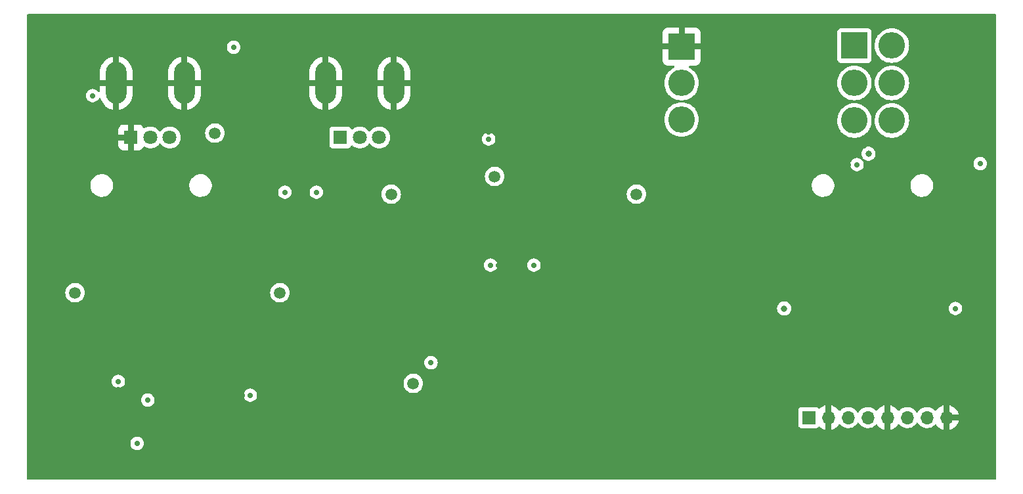
<source format=gbr>
%TF.GenerationSoftware,KiCad,Pcbnew,(6.0.9-0)*%
%TF.CreationDate,2024-08-25T20:50:42+02:00*%
%TF.ProjectId,preamp-test,70726561-6d70-42d7-9465-73742e6b6963,rev?*%
%TF.SameCoordinates,Original*%
%TF.FileFunction,Copper,L3,Inr*%
%TF.FilePolarity,Positive*%
%FSLAX46Y46*%
G04 Gerber Fmt 4.6, Leading zero omitted, Abs format (unit mm)*
G04 Created by KiCad (PCBNEW (6.0.9-0)) date 2024-08-25 20:50:42*
%MOMM*%
%LPD*%
G01*
G04 APERTURE LIST*
%TA.AperFunction,ComponentPad*%
%ADD10R,3.416000X3.416000*%
%TD*%
%TA.AperFunction,ComponentPad*%
%ADD11O,3.416000X3.416000*%
%TD*%
%TA.AperFunction,ComponentPad*%
%ADD12O,2.700000X5.400000*%
%TD*%
%TA.AperFunction,ComponentPad*%
%ADD13R,1.800000X1.800000*%
%TD*%
%TA.AperFunction,ComponentPad*%
%ADD14C,1.800000*%
%TD*%
%TA.AperFunction,ComponentPad*%
%ADD15C,1.500000*%
%TD*%
%TA.AperFunction,ComponentPad*%
%ADD16R,1.700000X1.700000*%
%TD*%
%TA.AperFunction,ComponentPad*%
%ADD17O,1.700000X1.700000*%
%TD*%
%TA.AperFunction,ViaPad*%
%ADD18C,0.700000*%
%TD*%
%TA.AperFunction,ViaPad*%
%ADD19C,0.800000*%
%TD*%
G04 APERTURE END LIST*
D10*
%TO.N,/GND*%
%TO.C,SW1*%
X121900000Y-73701000D03*
D11*
%TO.N,/InGND*%
X121900000Y-78400000D03*
%TO.N,unconnected-(SW1-Pad3)*%
X121900000Y-83099000D03*
%TD*%
D12*
%TO.N,/GND*%
%TO.C,RV2*%
X57800000Y-78400000D03*
X49000000Y-78400000D03*
D13*
X50900000Y-85400000D03*
D14*
%TO.N,Net-(RV2-Pad2)*%
X53400000Y-85400000D03*
%TO.N,/VolumeIn*%
X55900000Y-85400000D03*
%TD*%
D12*
%TO.N,/GND*%
%TO.C,RV1*%
X84800000Y-78400000D03*
X76000000Y-78400000D03*
D13*
%TO.N,/Preamp/Rg1*%
X77900000Y-85400000D03*
D14*
X80400000Y-85400000D03*
%TO.N,Net-(R10-Pad2)*%
X82900000Y-85400000D03*
%TD*%
D10*
%TO.N,/In+*%
%TO.C,SW2*%
X144187000Y-73566000D03*
D11*
%TO.N,/Sig+*%
X144187000Y-78396000D03*
%TO.N,/In-*%
X144187000Y-83226000D03*
X149017000Y-73566000D03*
%TO.N,/Sig-*%
X149017000Y-78396000D03*
%TO.N,/In+*%
X149017000Y-83226000D03*
%TD*%
D15*
%TO.N,/Preamp/InPre+*%
%TO.C,TP3*%
X84455000Y-92710000D03*
%TD*%
%TO.N,/-9V*%
%TO.C,TP1*%
X87307500Y-117094000D03*
%TD*%
%TO.N,/Preamp/InPre-*%
%TO.C,TP4*%
X116078000Y-92710000D03*
%TD*%
%TO.N,/Line Driver/LineOut-*%
%TO.C,TP7*%
X70104000Y-105410000D03*
%TD*%
%TO.N,Net-(C10-Pad1)*%
%TO.C,TP2*%
X97790000Y-90424000D03*
%TD*%
%TO.N,/Line Driver/LineOut+*%
%TO.C,TP6*%
X43688000Y-105410000D03*
%TD*%
D16*
%TO.N,/-9V*%
%TO.C,J1*%
X138303000Y-121500000D03*
D17*
%TO.N,/GND*%
X140843000Y-121500000D03*
%TO.N,/+9V*%
X143383000Y-121500000D03*
%TO.N,/Phantom*%
X145923000Y-121500000D03*
%TO.N,/GND*%
X148463000Y-121500000D03*
%TO.N,/PreOut*%
X151003000Y-121500000D03*
%TO.N,/Snd*%
X153543000Y-121500000D03*
%TO.N,/GND*%
X156083000Y-121500000D03*
%TD*%
D15*
%TO.N,Net-(RV2-Pad2)*%
%TO.C,TP5*%
X61722000Y-84836000D03*
%TD*%
D18*
%TO.N,/+9V*%
X97028000Y-85598000D03*
X45974000Y-80010000D03*
X49276000Y-116840000D03*
X64135000Y-73787000D03*
X102870000Y-101854000D03*
X89593500Y-114427000D03*
X66294000Y-118618000D03*
X97282000Y-101854000D03*
%TO.N,/GND*%
X101600000Y-101854000D03*
X98298000Y-101854000D03*
X39624000Y-76962000D03*
X53086000Y-124841000D03*
X65278000Y-118618000D03*
X145415000Y-86487000D03*
X76200000Y-92456000D03*
X145288000Y-98298000D03*
X85275500Y-116967000D03*
X105849500Y-118237000D03*
X56134000Y-88646000D03*
X143764000Y-98298000D03*
X89466500Y-112903000D03*
X105156000Y-89662000D03*
X89466500Y-124587000D03*
X62992000Y-73787000D03*
X49276000Y-117856000D03*
X57785000Y-115443000D03*
X67818000Y-85344000D03*
X97028000Y-84698497D03*
X50292000Y-98552000D03*
X49276000Y-108458000D03*
X150622000Y-98298000D03*
X69342000Y-92456000D03*
X94488000Y-77978000D03*
D19*
X146050000Y-115824000D03*
D18*
X63500000Y-108458000D03*
X53086000Y-120396000D03*
X143383000Y-88900000D03*
X54356000Y-88646000D03*
X99822000Y-88646000D03*
%TO.N,/-9V*%
X74803000Y-92456000D03*
X53086000Y-119253000D03*
X70739000Y-92456000D03*
X51689000Y-124841000D03*
D19*
%TO.N,/InGND*%
X146000000Y-87500000D03*
%TO.N,/Phantom*%
X135128000Y-107442000D03*
D18*
X157226000Y-107442000D03*
%TO.N,/Snd*%
X160401000Y-88773000D03*
X144526000Y-88900000D03*
%TD*%
%TA.AperFunction,Conductor*%
%TO.N,/GND*%
G36*
X162433621Y-69528502D02*
G01*
X162480114Y-69582158D01*
X162491500Y-69634500D01*
X162491500Y-129365500D01*
X162471498Y-129433621D01*
X162417842Y-129480114D01*
X162365500Y-129491500D01*
X37634500Y-129491500D01*
X37566379Y-129471498D01*
X37519886Y-129417842D01*
X37508500Y-129365500D01*
X37508500Y-124841000D01*
X50825771Y-124841000D01*
X50844635Y-125020475D01*
X50900401Y-125192107D01*
X50990633Y-125348393D01*
X51111387Y-125482504D01*
X51257385Y-125588578D01*
X51263413Y-125591262D01*
X51263415Y-125591263D01*
X51416217Y-125659295D01*
X51422248Y-125661980D01*
X51510508Y-125680740D01*
X51592311Y-125698128D01*
X51592315Y-125698128D01*
X51598768Y-125699500D01*
X51779232Y-125699500D01*
X51785685Y-125698128D01*
X51785689Y-125698128D01*
X51867492Y-125680740D01*
X51955752Y-125661980D01*
X51961783Y-125659295D01*
X52114585Y-125591263D01*
X52114587Y-125591262D01*
X52120615Y-125588578D01*
X52266613Y-125482504D01*
X52387367Y-125348393D01*
X52477599Y-125192107D01*
X52533365Y-125020475D01*
X52552229Y-124841000D01*
X52533365Y-124661525D01*
X52477599Y-124489893D01*
X52387367Y-124333607D01*
X52266613Y-124199496D01*
X52120615Y-124093422D01*
X52114587Y-124090738D01*
X52114585Y-124090737D01*
X51961783Y-124022705D01*
X51961781Y-124022705D01*
X51955752Y-124020020D01*
X51867492Y-124001260D01*
X51785689Y-123983872D01*
X51785685Y-123983872D01*
X51779232Y-123982500D01*
X51598768Y-123982500D01*
X51592315Y-123983872D01*
X51592311Y-123983872D01*
X51510508Y-124001260D01*
X51422248Y-124020020D01*
X51416219Y-124022704D01*
X51416217Y-124022705D01*
X51263416Y-124090737D01*
X51263414Y-124090738D01*
X51257386Y-124093422D01*
X51252045Y-124097302D01*
X51252044Y-124097303D01*
X51116731Y-124195613D01*
X51116729Y-124195615D01*
X51111387Y-124199496D01*
X50990633Y-124333607D01*
X50900401Y-124489893D01*
X50844635Y-124661525D01*
X50825771Y-124841000D01*
X37508500Y-124841000D01*
X37508500Y-122398134D01*
X136944500Y-122398134D01*
X136951255Y-122460316D01*
X137002385Y-122596705D01*
X137089739Y-122713261D01*
X137206295Y-122800615D01*
X137342684Y-122851745D01*
X137404866Y-122858500D01*
X139201134Y-122858500D01*
X139263316Y-122851745D01*
X139399705Y-122800615D01*
X139516261Y-122713261D01*
X139521644Y-122706079D01*
X139539217Y-122682632D01*
X139596077Y-122640117D01*
X139666895Y-122635093D01*
X139721872Y-122662387D01*
X139888795Y-122804952D01*
X139896777Y-122810752D01*
X140104684Y-122938158D01*
X140113478Y-122942639D01*
X140338751Y-123035950D01*
X140348136Y-123038999D01*
X140444383Y-123062106D01*
X140458470Y-123061401D01*
X140462000Y-123052522D01*
X140462000Y-123048220D01*
X141224000Y-123048220D01*
X141227973Y-123061751D01*
X141237431Y-123063111D01*
X141337864Y-123038999D01*
X141347249Y-123035950D01*
X141572522Y-122942639D01*
X141581316Y-122938158D01*
X141789223Y-122810752D01*
X141797205Y-122804953D01*
X141982619Y-122646594D01*
X141989594Y-122639619D01*
X142147950Y-122454208D01*
X142153757Y-122446215D01*
X142168000Y-122422973D01*
X142220647Y-122375341D01*
X142290689Y-122363735D01*
X142355886Y-122391839D01*
X142370666Y-122406307D01*
X142429250Y-122473938D01*
X142601126Y-122616632D01*
X142794000Y-122729338D01*
X143002692Y-122809030D01*
X143007760Y-122810061D01*
X143007763Y-122810062D01*
X143115017Y-122831883D01*
X143221597Y-122853567D01*
X143226772Y-122853757D01*
X143226774Y-122853757D01*
X143439673Y-122861564D01*
X143439677Y-122861564D01*
X143444837Y-122861753D01*
X143449957Y-122861097D01*
X143449959Y-122861097D01*
X143661288Y-122834025D01*
X143661289Y-122834025D01*
X143666416Y-122833368D01*
X143671366Y-122831883D01*
X143875429Y-122770661D01*
X143875434Y-122770659D01*
X143880384Y-122769174D01*
X144080994Y-122670896D01*
X144262860Y-122541173D01*
X144421096Y-122383489D01*
X144428707Y-122372898D01*
X144551453Y-122202077D01*
X144552776Y-122203028D01*
X144599645Y-122159857D01*
X144669580Y-122147625D01*
X144735026Y-122175144D01*
X144762875Y-122206994D01*
X144822987Y-122305088D01*
X144969250Y-122473938D01*
X145141126Y-122616632D01*
X145334000Y-122729338D01*
X145542692Y-122809030D01*
X145547760Y-122810061D01*
X145547763Y-122810062D01*
X145655017Y-122831883D01*
X145761597Y-122853567D01*
X145766772Y-122853757D01*
X145766774Y-122853757D01*
X145979673Y-122861564D01*
X145979677Y-122861564D01*
X145984837Y-122861753D01*
X145989957Y-122861097D01*
X145989959Y-122861097D01*
X146201288Y-122834025D01*
X146201289Y-122834025D01*
X146206416Y-122833368D01*
X146211366Y-122831883D01*
X146415429Y-122770661D01*
X146415434Y-122770659D01*
X146420384Y-122769174D01*
X146620994Y-122670896D01*
X146802860Y-122541173D01*
X146942896Y-122401625D01*
X147005267Y-122367710D01*
X147076073Y-122372898D01*
X147132835Y-122415544D01*
X147139267Y-122425042D01*
X147152241Y-122446214D01*
X147158047Y-122454205D01*
X147316406Y-122639619D01*
X147323381Y-122646594D01*
X147508795Y-122804953D01*
X147516777Y-122810752D01*
X147724684Y-122938158D01*
X147733478Y-122942639D01*
X147958751Y-123035950D01*
X147968136Y-123038999D01*
X148064383Y-123062106D01*
X148078470Y-123061401D01*
X148082000Y-123052522D01*
X148082000Y-123048220D01*
X148844000Y-123048220D01*
X148847973Y-123061751D01*
X148857431Y-123063111D01*
X148957864Y-123038999D01*
X148967249Y-123035950D01*
X149192522Y-122942639D01*
X149201316Y-122938158D01*
X149409223Y-122810752D01*
X149417205Y-122804953D01*
X149602619Y-122646594D01*
X149609594Y-122639619D01*
X149767950Y-122454208D01*
X149773757Y-122446215D01*
X149788000Y-122422973D01*
X149840647Y-122375341D01*
X149910689Y-122363735D01*
X149975886Y-122391839D01*
X149990666Y-122406307D01*
X150049250Y-122473938D01*
X150221126Y-122616632D01*
X150414000Y-122729338D01*
X150622692Y-122809030D01*
X150627760Y-122810061D01*
X150627763Y-122810062D01*
X150735017Y-122831883D01*
X150841597Y-122853567D01*
X150846772Y-122853757D01*
X150846774Y-122853757D01*
X151059673Y-122861564D01*
X151059677Y-122861564D01*
X151064837Y-122861753D01*
X151069957Y-122861097D01*
X151069959Y-122861097D01*
X151281288Y-122834025D01*
X151281289Y-122834025D01*
X151286416Y-122833368D01*
X151291366Y-122831883D01*
X151495429Y-122770661D01*
X151495434Y-122770659D01*
X151500384Y-122769174D01*
X151700994Y-122670896D01*
X151882860Y-122541173D01*
X152041096Y-122383489D01*
X152048707Y-122372898D01*
X152171453Y-122202077D01*
X152172776Y-122203028D01*
X152219645Y-122159857D01*
X152289580Y-122147625D01*
X152355026Y-122175144D01*
X152382875Y-122206994D01*
X152442987Y-122305088D01*
X152589250Y-122473938D01*
X152761126Y-122616632D01*
X152954000Y-122729338D01*
X153162692Y-122809030D01*
X153167760Y-122810061D01*
X153167763Y-122810062D01*
X153275017Y-122831883D01*
X153381597Y-122853567D01*
X153386772Y-122853757D01*
X153386774Y-122853757D01*
X153599673Y-122861564D01*
X153599677Y-122861564D01*
X153604837Y-122861753D01*
X153609957Y-122861097D01*
X153609959Y-122861097D01*
X153821288Y-122834025D01*
X153821289Y-122834025D01*
X153826416Y-122833368D01*
X153831366Y-122831883D01*
X154035429Y-122770661D01*
X154035434Y-122770659D01*
X154040384Y-122769174D01*
X154240994Y-122670896D01*
X154422860Y-122541173D01*
X154562896Y-122401625D01*
X154625267Y-122367710D01*
X154696073Y-122372898D01*
X154752835Y-122415544D01*
X154759267Y-122425042D01*
X154772241Y-122446214D01*
X154778047Y-122454205D01*
X154936406Y-122639619D01*
X154943381Y-122646594D01*
X155128795Y-122804953D01*
X155136777Y-122810752D01*
X155344684Y-122938158D01*
X155353478Y-122942639D01*
X155578751Y-123035950D01*
X155588136Y-123038999D01*
X155684383Y-123062106D01*
X155698470Y-123061401D01*
X155702000Y-123052522D01*
X155702000Y-123048220D01*
X156464000Y-123048220D01*
X156467973Y-123061751D01*
X156477431Y-123063111D01*
X156577864Y-123038999D01*
X156587249Y-123035950D01*
X156812522Y-122942639D01*
X156821316Y-122938158D01*
X157029223Y-122810752D01*
X157037205Y-122804953D01*
X157222619Y-122646594D01*
X157229594Y-122639619D01*
X157387953Y-122454205D01*
X157393752Y-122446223D01*
X157521158Y-122238316D01*
X157525639Y-122229522D01*
X157618950Y-122004249D01*
X157621999Y-121994864D01*
X157645106Y-121898617D01*
X157644401Y-121884530D01*
X157635522Y-121881000D01*
X156482115Y-121881000D01*
X156466876Y-121885475D01*
X156465671Y-121886865D01*
X156464000Y-121894548D01*
X156464000Y-123048220D01*
X155702000Y-123048220D01*
X155702000Y-121100885D01*
X156464000Y-121100885D01*
X156468475Y-121116124D01*
X156469865Y-121117329D01*
X156477548Y-121119000D01*
X157631220Y-121119000D01*
X157644751Y-121115027D01*
X157646111Y-121105569D01*
X157621999Y-121005136D01*
X157618950Y-120995751D01*
X157525639Y-120770478D01*
X157521158Y-120761684D01*
X157393752Y-120553777D01*
X157387953Y-120545795D01*
X157229594Y-120360381D01*
X157222619Y-120353406D01*
X157037205Y-120195047D01*
X157029223Y-120189248D01*
X156821316Y-120061842D01*
X156812522Y-120057361D01*
X156587249Y-119964050D01*
X156577864Y-119961001D01*
X156481617Y-119937894D01*
X156467530Y-119938599D01*
X156464000Y-119947478D01*
X156464000Y-121100885D01*
X155702000Y-121100885D01*
X155702000Y-119951780D01*
X155698027Y-119938249D01*
X155688569Y-119936889D01*
X155588136Y-119961001D01*
X155578751Y-119964050D01*
X155353478Y-120057361D01*
X155344684Y-120061842D01*
X155136777Y-120189248D01*
X155128795Y-120195047D01*
X154943381Y-120353406D01*
X154936406Y-120360381D01*
X154778047Y-120545795D01*
X154772245Y-120553781D01*
X154757945Y-120577116D01*
X154705297Y-120624747D01*
X154635256Y-120636353D01*
X154570058Y-120608249D01*
X154557319Y-120596079D01*
X154476151Y-120506875D01*
X154476142Y-120506866D01*
X154472670Y-120503051D01*
X154468619Y-120499852D01*
X154468615Y-120499848D01*
X154301414Y-120367800D01*
X154301410Y-120367798D01*
X154297359Y-120364598D01*
X154281855Y-120356039D01*
X154245136Y-120335769D01*
X154101789Y-120256638D01*
X154096920Y-120254914D01*
X154096916Y-120254912D01*
X153896087Y-120183795D01*
X153896083Y-120183794D01*
X153891212Y-120182069D01*
X153886119Y-120181162D01*
X153886116Y-120181161D01*
X153676373Y-120143800D01*
X153676367Y-120143799D01*
X153671284Y-120142894D01*
X153597452Y-120141992D01*
X153453081Y-120140228D01*
X153453079Y-120140228D01*
X153447911Y-120140165D01*
X153227091Y-120173955D01*
X153014756Y-120243357D01*
X152816607Y-120346507D01*
X152812474Y-120349610D01*
X152812471Y-120349612D01*
X152642100Y-120477530D01*
X152637965Y-120480635D01*
X152588607Y-120532285D01*
X152545766Y-120577116D01*
X152483629Y-120642138D01*
X152376201Y-120799621D01*
X152321293Y-120844621D01*
X152250768Y-120852792D01*
X152187021Y-120821538D01*
X152166324Y-120797054D01*
X152085822Y-120672617D01*
X152085820Y-120672614D01*
X152083014Y-120668277D01*
X151932670Y-120503051D01*
X151928619Y-120499852D01*
X151928615Y-120499848D01*
X151761414Y-120367800D01*
X151761410Y-120367798D01*
X151757359Y-120364598D01*
X151741855Y-120356039D01*
X151705136Y-120335769D01*
X151561789Y-120256638D01*
X151556920Y-120254914D01*
X151556916Y-120254912D01*
X151356087Y-120183795D01*
X151356083Y-120183794D01*
X151351212Y-120182069D01*
X151346119Y-120181162D01*
X151346116Y-120181161D01*
X151136373Y-120143800D01*
X151136367Y-120143799D01*
X151131284Y-120142894D01*
X151057452Y-120141992D01*
X150913081Y-120140228D01*
X150913079Y-120140228D01*
X150907911Y-120140165D01*
X150687091Y-120173955D01*
X150474756Y-120243357D01*
X150276607Y-120346507D01*
X150272474Y-120349610D01*
X150272471Y-120349612D01*
X150102100Y-120477530D01*
X150097965Y-120480635D01*
X150051875Y-120528865D01*
X149986155Y-120597637D01*
X149924630Y-120633067D01*
X149853718Y-120629610D01*
X149795932Y-120588364D01*
X149787629Y-120576422D01*
X149773754Y-120553780D01*
X149767950Y-120545792D01*
X149609594Y-120360381D01*
X149602619Y-120353406D01*
X149417205Y-120195047D01*
X149409223Y-120189248D01*
X149201316Y-120061842D01*
X149192522Y-120057361D01*
X148967249Y-119964050D01*
X148957864Y-119961001D01*
X148861617Y-119937894D01*
X148847530Y-119938599D01*
X148844000Y-119947478D01*
X148844000Y-123048220D01*
X148082000Y-123048220D01*
X148082000Y-119951780D01*
X148078027Y-119938249D01*
X148068569Y-119936889D01*
X147968136Y-119961001D01*
X147958751Y-119964050D01*
X147733478Y-120057361D01*
X147724684Y-120061842D01*
X147516777Y-120189248D01*
X147508795Y-120195047D01*
X147323381Y-120353406D01*
X147316406Y-120360381D01*
X147158047Y-120545795D01*
X147152245Y-120553781D01*
X147137945Y-120577116D01*
X147085297Y-120624747D01*
X147015256Y-120636353D01*
X146950058Y-120608249D01*
X146937319Y-120596079D01*
X146856151Y-120506875D01*
X146856142Y-120506866D01*
X146852670Y-120503051D01*
X146848619Y-120499852D01*
X146848615Y-120499848D01*
X146681414Y-120367800D01*
X146681410Y-120367798D01*
X146677359Y-120364598D01*
X146661855Y-120356039D01*
X146625136Y-120335769D01*
X146481789Y-120256638D01*
X146476920Y-120254914D01*
X146476916Y-120254912D01*
X146276087Y-120183795D01*
X146276083Y-120183794D01*
X146271212Y-120182069D01*
X146266119Y-120181162D01*
X146266116Y-120181161D01*
X146056373Y-120143800D01*
X146056367Y-120143799D01*
X146051284Y-120142894D01*
X145977452Y-120141992D01*
X145833081Y-120140228D01*
X145833079Y-120140228D01*
X145827911Y-120140165D01*
X145607091Y-120173955D01*
X145394756Y-120243357D01*
X145196607Y-120346507D01*
X145192474Y-120349610D01*
X145192471Y-120349612D01*
X145022100Y-120477530D01*
X145017965Y-120480635D01*
X144968607Y-120532285D01*
X144925766Y-120577116D01*
X144863629Y-120642138D01*
X144756201Y-120799621D01*
X144701293Y-120844621D01*
X144630768Y-120852792D01*
X144567021Y-120821538D01*
X144546324Y-120797054D01*
X144465822Y-120672617D01*
X144465820Y-120672614D01*
X144463014Y-120668277D01*
X144312670Y-120503051D01*
X144308619Y-120499852D01*
X144308615Y-120499848D01*
X144141414Y-120367800D01*
X144141410Y-120367798D01*
X144137359Y-120364598D01*
X144121855Y-120356039D01*
X144085136Y-120335769D01*
X143941789Y-120256638D01*
X143936920Y-120254914D01*
X143936916Y-120254912D01*
X143736087Y-120183795D01*
X143736083Y-120183794D01*
X143731212Y-120182069D01*
X143726119Y-120181162D01*
X143726116Y-120181161D01*
X143516373Y-120143800D01*
X143516367Y-120143799D01*
X143511284Y-120142894D01*
X143437452Y-120141992D01*
X143293081Y-120140228D01*
X143293079Y-120140228D01*
X143287911Y-120140165D01*
X143067091Y-120173955D01*
X142854756Y-120243357D01*
X142656607Y-120346507D01*
X142652474Y-120349610D01*
X142652471Y-120349612D01*
X142482100Y-120477530D01*
X142477965Y-120480635D01*
X142431875Y-120528865D01*
X142366155Y-120597637D01*
X142304630Y-120633067D01*
X142233718Y-120629610D01*
X142175932Y-120588364D01*
X142167629Y-120576422D01*
X142153754Y-120553780D01*
X142147950Y-120545792D01*
X141989594Y-120360381D01*
X141982619Y-120353406D01*
X141797205Y-120195047D01*
X141789223Y-120189248D01*
X141581316Y-120061842D01*
X141572522Y-120057361D01*
X141347249Y-119964050D01*
X141337864Y-119961001D01*
X141241617Y-119937894D01*
X141227530Y-119938599D01*
X141224000Y-119947478D01*
X141224000Y-123048220D01*
X140462000Y-123048220D01*
X140462000Y-119951780D01*
X140458027Y-119938249D01*
X140448569Y-119936889D01*
X140348136Y-119961001D01*
X140338751Y-119964050D01*
X140113478Y-120057361D01*
X140104684Y-120061842D01*
X139896777Y-120189248D01*
X139888795Y-120195048D01*
X139721872Y-120337613D01*
X139657083Y-120366644D01*
X139586883Y-120356039D01*
X139539217Y-120317368D01*
X139521644Y-120293921D01*
X139521642Y-120293919D01*
X139516261Y-120286739D01*
X139399705Y-120199385D01*
X139263316Y-120148255D01*
X139201134Y-120141500D01*
X137404866Y-120141500D01*
X137342684Y-120148255D01*
X137206295Y-120199385D01*
X137089739Y-120286739D01*
X137002385Y-120403295D01*
X136951255Y-120539684D01*
X136944500Y-120601866D01*
X136944500Y-122398134D01*
X37508500Y-122398134D01*
X37508500Y-119253000D01*
X52222771Y-119253000D01*
X52241635Y-119432475D01*
X52243675Y-119438753D01*
X52243675Y-119438754D01*
X52244194Y-119440352D01*
X52297401Y-119604107D01*
X52387633Y-119760393D01*
X52508387Y-119894504D01*
X52513729Y-119898385D01*
X52513731Y-119898387D01*
X52649043Y-119996697D01*
X52654385Y-120000578D01*
X52660413Y-120003262D01*
X52660415Y-120003263D01*
X52813217Y-120071295D01*
X52819248Y-120073980D01*
X52907508Y-120092740D01*
X52989311Y-120110128D01*
X52989315Y-120110128D01*
X52995768Y-120111500D01*
X53176232Y-120111500D01*
X53182685Y-120110128D01*
X53182689Y-120110128D01*
X53264492Y-120092740D01*
X53352752Y-120073980D01*
X53358783Y-120071295D01*
X53511585Y-120003263D01*
X53511587Y-120003262D01*
X53517615Y-120000578D01*
X53522957Y-119996697D01*
X53658269Y-119898387D01*
X53658271Y-119898385D01*
X53663613Y-119894504D01*
X53784367Y-119760393D01*
X53874599Y-119604107D01*
X53927806Y-119440352D01*
X53928325Y-119438754D01*
X53928325Y-119438753D01*
X53930365Y-119432475D01*
X53949229Y-119253000D01*
X53930365Y-119073525D01*
X53874599Y-118901893D01*
X53784367Y-118745607D01*
X53669469Y-118618000D01*
X65430771Y-118618000D01*
X65449635Y-118797475D01*
X65505401Y-118969107D01*
X65595633Y-119125393D01*
X65716387Y-119259504D01*
X65862385Y-119365578D01*
X65868413Y-119368262D01*
X65868415Y-119368263D01*
X66021217Y-119436295D01*
X66027248Y-119438980D01*
X66115508Y-119457740D01*
X66197311Y-119475128D01*
X66197315Y-119475128D01*
X66203768Y-119476500D01*
X66384232Y-119476500D01*
X66390685Y-119475128D01*
X66390689Y-119475128D01*
X66472492Y-119457740D01*
X66560752Y-119438980D01*
X66566783Y-119436295D01*
X66719585Y-119368263D01*
X66719587Y-119368262D01*
X66725615Y-119365578D01*
X66871613Y-119259504D01*
X66992367Y-119125393D01*
X67082599Y-118969107D01*
X67138365Y-118797475D01*
X67157229Y-118618000D01*
X67138365Y-118438525D01*
X67136252Y-118432020D01*
X67087684Y-118282543D01*
X67082599Y-118266893D01*
X66992367Y-118110607D01*
X66951220Y-118064908D01*
X66876035Y-117981407D01*
X66876034Y-117981406D01*
X66871613Y-117976496D01*
X66768428Y-117901527D01*
X66730957Y-117874303D01*
X66730956Y-117874302D01*
X66725615Y-117870422D01*
X66719587Y-117867738D01*
X66719585Y-117867737D01*
X66566783Y-117799705D01*
X66566781Y-117799705D01*
X66560752Y-117797020D01*
X66472492Y-117778260D01*
X66390689Y-117760872D01*
X66390685Y-117760872D01*
X66384232Y-117759500D01*
X66203768Y-117759500D01*
X66197315Y-117760872D01*
X66197311Y-117760872D01*
X66115508Y-117778260D01*
X66027248Y-117797020D01*
X66021219Y-117799704D01*
X66021217Y-117799705D01*
X65868416Y-117867737D01*
X65868414Y-117867738D01*
X65862386Y-117870422D01*
X65857045Y-117874302D01*
X65857044Y-117874303D01*
X65721731Y-117972613D01*
X65721729Y-117972615D01*
X65716387Y-117976496D01*
X65711966Y-117981406D01*
X65711965Y-117981407D01*
X65636781Y-118064908D01*
X65595633Y-118110607D01*
X65505401Y-118266893D01*
X65500316Y-118282543D01*
X65451749Y-118432020D01*
X65449635Y-118438525D01*
X65430771Y-118618000D01*
X53669469Y-118618000D01*
X53663613Y-118611496D01*
X53517615Y-118505422D01*
X53511587Y-118502738D01*
X53511585Y-118502737D01*
X53358783Y-118434705D01*
X53358781Y-118434705D01*
X53352752Y-118432020D01*
X53264492Y-118413260D01*
X53182689Y-118395872D01*
X53182685Y-118395872D01*
X53176232Y-118394500D01*
X52995768Y-118394500D01*
X52989315Y-118395872D01*
X52989311Y-118395872D01*
X52907508Y-118413260D01*
X52819248Y-118432020D01*
X52813219Y-118434704D01*
X52813217Y-118434705D01*
X52660416Y-118502737D01*
X52660414Y-118502738D01*
X52654386Y-118505422D01*
X52649045Y-118509302D01*
X52649044Y-118509303D01*
X52513731Y-118607613D01*
X52513729Y-118607615D01*
X52508387Y-118611496D01*
X52387633Y-118745607D01*
X52297401Y-118901893D01*
X52241635Y-119073525D01*
X52222771Y-119253000D01*
X37508500Y-119253000D01*
X37508500Y-116840000D01*
X48412771Y-116840000D01*
X48431635Y-117019475D01*
X48487401Y-117191107D01*
X48577633Y-117347393D01*
X48698387Y-117481504D01*
X48844385Y-117587578D01*
X48850413Y-117590262D01*
X48850415Y-117590263D01*
X49003217Y-117658295D01*
X49009248Y-117660980D01*
X49097508Y-117679740D01*
X49179311Y-117697128D01*
X49179315Y-117697128D01*
X49185768Y-117698500D01*
X49366232Y-117698500D01*
X49372685Y-117697128D01*
X49372689Y-117697128D01*
X49454492Y-117679740D01*
X49542752Y-117660980D01*
X49548783Y-117658295D01*
X49701585Y-117590263D01*
X49701587Y-117590262D01*
X49707615Y-117587578D01*
X49853613Y-117481504D01*
X49974367Y-117347393D01*
X50064599Y-117191107D01*
X50096151Y-117094000D01*
X86044193Y-117094000D01*
X86063385Y-117313371D01*
X86120380Y-117526076D01*
X86122705Y-117531061D01*
X86211118Y-117720666D01*
X86211121Y-117720671D01*
X86213444Y-117725653D01*
X86216600Y-117730160D01*
X86216601Y-117730162D01*
X86263416Y-117797020D01*
X86339751Y-117906038D01*
X86495462Y-118061749D01*
X86675846Y-118188056D01*
X86875424Y-118281120D01*
X87088129Y-118338115D01*
X87307500Y-118357307D01*
X87526871Y-118338115D01*
X87739576Y-118281120D01*
X87939154Y-118188056D01*
X88119538Y-118061749D01*
X88275249Y-117906038D01*
X88351585Y-117797020D01*
X88398399Y-117730162D01*
X88398400Y-117730160D01*
X88401556Y-117725653D01*
X88403879Y-117720671D01*
X88403882Y-117720666D01*
X88492295Y-117531061D01*
X88494620Y-117526076D01*
X88551615Y-117313371D01*
X88570807Y-117094000D01*
X88551615Y-116874629D01*
X88494620Y-116661924D01*
X88451085Y-116568562D01*
X88403882Y-116467334D01*
X88403879Y-116467329D01*
X88401556Y-116462347D01*
X88310711Y-116332607D01*
X88278408Y-116286473D01*
X88278406Y-116286470D01*
X88275249Y-116281962D01*
X88119538Y-116126251D01*
X88071226Y-116092422D01*
X88040259Y-116070739D01*
X87939154Y-115999944D01*
X87739576Y-115906880D01*
X87526871Y-115849885D01*
X87307500Y-115830693D01*
X87088129Y-115849885D01*
X86875424Y-115906880D01*
X86782062Y-115950415D01*
X86680834Y-115997618D01*
X86680829Y-115997621D01*
X86675847Y-115999944D01*
X86671340Y-116003100D01*
X86671338Y-116003101D01*
X86499973Y-116123092D01*
X86499970Y-116123094D01*
X86495462Y-116126251D01*
X86339751Y-116281962D01*
X86336594Y-116286470D01*
X86336592Y-116286473D01*
X86304289Y-116332607D01*
X86213444Y-116462347D01*
X86211121Y-116467329D01*
X86211118Y-116467334D01*
X86163915Y-116568562D01*
X86120380Y-116661924D01*
X86063385Y-116874629D01*
X86044193Y-117094000D01*
X50096151Y-117094000D01*
X50120365Y-117019475D01*
X50139229Y-116840000D01*
X50120365Y-116660525D01*
X50064599Y-116488893D01*
X49974367Y-116332607D01*
X49853613Y-116198496D01*
X49759541Y-116130148D01*
X49712957Y-116096303D01*
X49712956Y-116096302D01*
X49707615Y-116092422D01*
X49701587Y-116089738D01*
X49701585Y-116089737D01*
X49548783Y-116021705D01*
X49548781Y-116021705D01*
X49542752Y-116019020D01*
X49442067Y-115997619D01*
X49372689Y-115982872D01*
X49372685Y-115982872D01*
X49366232Y-115981500D01*
X49185768Y-115981500D01*
X49179315Y-115982872D01*
X49179311Y-115982872D01*
X49109933Y-115997619D01*
X49009248Y-116019020D01*
X49003219Y-116021704D01*
X49003217Y-116021705D01*
X48850416Y-116089737D01*
X48850414Y-116089738D01*
X48844386Y-116092422D01*
X48839045Y-116096302D01*
X48839044Y-116096303D01*
X48703731Y-116194613D01*
X48703729Y-116194615D01*
X48698387Y-116198496D01*
X48577633Y-116332607D01*
X48487401Y-116488893D01*
X48431635Y-116660525D01*
X48412771Y-116840000D01*
X37508500Y-116840000D01*
X37508500Y-114427000D01*
X88730271Y-114427000D01*
X88749135Y-114606475D01*
X88804901Y-114778107D01*
X88895133Y-114934393D01*
X89015887Y-115068504D01*
X89161885Y-115174578D01*
X89167913Y-115177262D01*
X89167915Y-115177263D01*
X89320717Y-115245295D01*
X89326748Y-115247980D01*
X89415008Y-115266740D01*
X89496811Y-115284128D01*
X89496815Y-115284128D01*
X89503268Y-115285500D01*
X89683732Y-115285500D01*
X89690185Y-115284128D01*
X89690189Y-115284128D01*
X89771992Y-115266740D01*
X89860252Y-115247980D01*
X89866283Y-115245295D01*
X90019085Y-115177263D01*
X90019087Y-115177262D01*
X90025115Y-115174578D01*
X90171113Y-115068504D01*
X90291867Y-114934393D01*
X90382099Y-114778107D01*
X90437865Y-114606475D01*
X90456729Y-114427000D01*
X90437865Y-114247525D01*
X90382099Y-114075893D01*
X90291867Y-113919607D01*
X90171113Y-113785496D01*
X90025115Y-113679422D01*
X90019087Y-113676738D01*
X90019085Y-113676737D01*
X89866283Y-113608705D01*
X89866281Y-113608705D01*
X89860252Y-113606020D01*
X89771992Y-113587260D01*
X89690189Y-113569872D01*
X89690185Y-113569872D01*
X89683732Y-113568500D01*
X89503268Y-113568500D01*
X89496815Y-113569872D01*
X89496811Y-113569872D01*
X89415008Y-113587260D01*
X89326748Y-113606020D01*
X89320719Y-113608704D01*
X89320717Y-113608705D01*
X89167916Y-113676737D01*
X89167914Y-113676738D01*
X89161886Y-113679422D01*
X89156545Y-113683302D01*
X89156544Y-113683303D01*
X89021231Y-113781613D01*
X89021229Y-113781615D01*
X89015887Y-113785496D01*
X88895133Y-113919607D01*
X88804901Y-114075893D01*
X88749135Y-114247525D01*
X88730271Y-114427000D01*
X37508500Y-114427000D01*
X37508500Y-107442000D01*
X134214496Y-107442000D01*
X134234458Y-107631928D01*
X134293473Y-107813556D01*
X134388960Y-107978944D01*
X134516747Y-108120866D01*
X134671248Y-108233118D01*
X134677276Y-108235802D01*
X134677278Y-108235803D01*
X134822591Y-108300500D01*
X134845712Y-108310794D01*
X134939113Y-108330647D01*
X135026056Y-108349128D01*
X135026061Y-108349128D01*
X135032513Y-108350500D01*
X135223487Y-108350500D01*
X135229939Y-108349128D01*
X135229944Y-108349128D01*
X135316887Y-108330647D01*
X135410288Y-108310794D01*
X135433409Y-108300500D01*
X135578722Y-108235803D01*
X135578724Y-108235802D01*
X135584752Y-108233118D01*
X135739253Y-108120866D01*
X135867040Y-107978944D01*
X135962527Y-107813556D01*
X136021542Y-107631928D01*
X136041504Y-107442000D01*
X156362771Y-107442000D01*
X156381635Y-107621475D01*
X156437401Y-107793107D01*
X156440704Y-107798829D01*
X156440705Y-107798830D01*
X156449207Y-107813556D01*
X156527633Y-107949393D01*
X156648387Y-108083504D01*
X156653729Y-108087385D01*
X156653731Y-108087387D01*
X156789043Y-108185697D01*
X156794385Y-108189578D01*
X156800413Y-108192262D01*
X156800415Y-108192263D01*
X156953217Y-108260295D01*
X156959248Y-108262980D01*
X157047508Y-108281740D01*
X157129311Y-108299128D01*
X157129315Y-108299128D01*
X157135768Y-108300500D01*
X157316232Y-108300500D01*
X157322685Y-108299128D01*
X157322689Y-108299128D01*
X157404492Y-108281740D01*
X157492752Y-108262980D01*
X157498783Y-108260295D01*
X157651585Y-108192263D01*
X157651587Y-108192262D01*
X157657615Y-108189578D01*
X157662957Y-108185697D01*
X157798269Y-108087387D01*
X157798271Y-108087385D01*
X157803613Y-108083504D01*
X157924367Y-107949393D01*
X158002793Y-107813556D01*
X158011295Y-107798830D01*
X158011296Y-107798829D01*
X158014599Y-107793107D01*
X158070365Y-107621475D01*
X158089229Y-107442000D01*
X158070365Y-107262525D01*
X158014599Y-107090893D01*
X158006422Y-107076729D01*
X157927668Y-106940325D01*
X157924367Y-106934607D01*
X157803613Y-106800496D01*
X157758949Y-106768045D01*
X157662957Y-106698303D01*
X157662956Y-106698302D01*
X157657615Y-106694422D01*
X157651587Y-106691738D01*
X157651585Y-106691737D01*
X157498783Y-106623705D01*
X157498781Y-106623705D01*
X157492752Y-106621020D01*
X157387005Y-106598543D01*
X157322689Y-106584872D01*
X157322685Y-106584872D01*
X157316232Y-106583500D01*
X157135768Y-106583500D01*
X157129315Y-106584872D01*
X157129311Y-106584872D01*
X157064995Y-106598543D01*
X156959248Y-106621020D01*
X156953219Y-106623704D01*
X156953217Y-106623705D01*
X156800416Y-106691737D01*
X156800414Y-106691738D01*
X156794386Y-106694422D01*
X156789045Y-106698302D01*
X156789044Y-106698303D01*
X156653731Y-106796613D01*
X156653729Y-106796615D01*
X156648387Y-106800496D01*
X156527633Y-106934607D01*
X156524332Y-106940325D01*
X156445579Y-107076729D01*
X156437401Y-107090893D01*
X156381635Y-107262525D01*
X156362771Y-107442000D01*
X136041504Y-107442000D01*
X136021542Y-107252072D01*
X135962527Y-107070444D01*
X135867040Y-106905056D01*
X135739253Y-106763134D01*
X135584752Y-106650882D01*
X135578724Y-106648198D01*
X135578722Y-106648197D01*
X135416319Y-106575891D01*
X135416318Y-106575891D01*
X135410288Y-106573206D01*
X135316887Y-106553353D01*
X135229944Y-106534872D01*
X135229939Y-106534872D01*
X135223487Y-106533500D01*
X135032513Y-106533500D01*
X135026061Y-106534872D01*
X135026056Y-106534872D01*
X134939112Y-106553353D01*
X134845712Y-106573206D01*
X134839682Y-106575891D01*
X134839681Y-106575891D01*
X134677278Y-106648197D01*
X134677276Y-106648198D01*
X134671248Y-106650882D01*
X134516747Y-106763134D01*
X134388960Y-106905056D01*
X134293473Y-107070444D01*
X134234458Y-107252072D01*
X134214496Y-107442000D01*
X37508500Y-107442000D01*
X37508500Y-105410000D01*
X42424693Y-105410000D01*
X42443885Y-105629371D01*
X42500880Y-105842076D01*
X42503205Y-105847061D01*
X42591618Y-106036666D01*
X42591621Y-106036671D01*
X42593944Y-106041653D01*
X42720251Y-106222038D01*
X42875962Y-106377749D01*
X43056346Y-106504056D01*
X43255924Y-106597120D01*
X43468629Y-106654115D01*
X43688000Y-106673307D01*
X43907371Y-106654115D01*
X44120076Y-106597120D01*
X44319654Y-106504056D01*
X44500038Y-106377749D01*
X44655749Y-106222038D01*
X44782056Y-106041653D01*
X44784379Y-106036671D01*
X44784382Y-106036666D01*
X44872795Y-105847061D01*
X44875120Y-105842076D01*
X44932115Y-105629371D01*
X44951307Y-105410000D01*
X68840693Y-105410000D01*
X68859885Y-105629371D01*
X68916880Y-105842076D01*
X68919205Y-105847061D01*
X69007618Y-106036666D01*
X69007621Y-106036671D01*
X69009944Y-106041653D01*
X69136251Y-106222038D01*
X69291962Y-106377749D01*
X69472346Y-106504056D01*
X69671924Y-106597120D01*
X69884629Y-106654115D01*
X70104000Y-106673307D01*
X70323371Y-106654115D01*
X70536076Y-106597120D01*
X70735654Y-106504056D01*
X70916038Y-106377749D01*
X71071749Y-106222038D01*
X71198056Y-106041653D01*
X71200379Y-106036671D01*
X71200382Y-106036666D01*
X71288795Y-105847061D01*
X71291120Y-105842076D01*
X71348115Y-105629371D01*
X71367307Y-105410000D01*
X71348115Y-105190629D01*
X71291120Y-104977924D01*
X71247585Y-104884562D01*
X71200382Y-104783334D01*
X71200379Y-104783329D01*
X71198056Y-104778347D01*
X71071749Y-104597962D01*
X70916038Y-104442251D01*
X70735654Y-104315944D01*
X70536076Y-104222880D01*
X70323371Y-104165885D01*
X70104000Y-104146693D01*
X69884629Y-104165885D01*
X69671924Y-104222880D01*
X69578562Y-104266415D01*
X69477334Y-104313618D01*
X69477329Y-104313621D01*
X69472347Y-104315944D01*
X69467840Y-104319100D01*
X69467838Y-104319101D01*
X69296473Y-104439092D01*
X69296470Y-104439094D01*
X69291962Y-104442251D01*
X69136251Y-104597962D01*
X69009944Y-104778347D01*
X69007621Y-104783329D01*
X69007618Y-104783334D01*
X68960415Y-104884562D01*
X68916880Y-104977924D01*
X68859885Y-105190629D01*
X68840693Y-105410000D01*
X44951307Y-105410000D01*
X44932115Y-105190629D01*
X44875120Y-104977924D01*
X44831585Y-104884562D01*
X44784382Y-104783334D01*
X44784379Y-104783329D01*
X44782056Y-104778347D01*
X44655749Y-104597962D01*
X44500038Y-104442251D01*
X44319654Y-104315944D01*
X44120076Y-104222880D01*
X43907371Y-104165885D01*
X43688000Y-104146693D01*
X43468629Y-104165885D01*
X43255924Y-104222880D01*
X43162562Y-104266415D01*
X43061334Y-104313618D01*
X43061329Y-104313621D01*
X43056347Y-104315944D01*
X43051840Y-104319100D01*
X43051838Y-104319101D01*
X42880473Y-104439092D01*
X42880470Y-104439094D01*
X42875962Y-104442251D01*
X42720251Y-104597962D01*
X42593944Y-104778347D01*
X42591621Y-104783329D01*
X42591618Y-104783334D01*
X42544415Y-104884562D01*
X42500880Y-104977924D01*
X42443885Y-105190629D01*
X42424693Y-105410000D01*
X37508500Y-105410000D01*
X37508500Y-101854000D01*
X96418771Y-101854000D01*
X96437635Y-102033475D01*
X96493401Y-102205107D01*
X96583633Y-102361393D01*
X96704387Y-102495504D01*
X96850385Y-102601578D01*
X96856413Y-102604262D01*
X96856415Y-102604263D01*
X97009217Y-102672295D01*
X97015248Y-102674980D01*
X97103508Y-102693740D01*
X97185311Y-102711128D01*
X97185315Y-102711128D01*
X97191768Y-102712500D01*
X97372232Y-102712500D01*
X97378685Y-102711128D01*
X97378689Y-102711128D01*
X97460492Y-102693740D01*
X97548752Y-102674980D01*
X97554783Y-102672295D01*
X97707585Y-102604263D01*
X97707587Y-102604262D01*
X97713615Y-102601578D01*
X97859613Y-102495504D01*
X97980367Y-102361393D01*
X98070599Y-102205107D01*
X98126365Y-102033475D01*
X98145229Y-101854000D01*
X102006771Y-101854000D01*
X102025635Y-102033475D01*
X102081401Y-102205107D01*
X102171633Y-102361393D01*
X102292387Y-102495504D01*
X102438385Y-102601578D01*
X102444413Y-102604262D01*
X102444415Y-102604263D01*
X102597217Y-102672295D01*
X102603248Y-102674980D01*
X102691508Y-102693740D01*
X102773311Y-102711128D01*
X102773315Y-102711128D01*
X102779768Y-102712500D01*
X102960232Y-102712500D01*
X102966685Y-102711128D01*
X102966689Y-102711128D01*
X103048492Y-102693740D01*
X103136752Y-102674980D01*
X103142783Y-102672295D01*
X103295585Y-102604263D01*
X103295587Y-102604262D01*
X103301615Y-102601578D01*
X103447613Y-102495504D01*
X103568367Y-102361393D01*
X103658599Y-102205107D01*
X103714365Y-102033475D01*
X103733229Y-101854000D01*
X103714365Y-101674525D01*
X103658599Y-101502893D01*
X103568367Y-101346607D01*
X103447613Y-101212496D01*
X103301615Y-101106422D01*
X103295587Y-101103738D01*
X103295585Y-101103737D01*
X103142783Y-101035705D01*
X103142781Y-101035705D01*
X103136752Y-101033020D01*
X103048492Y-101014260D01*
X102966689Y-100996872D01*
X102966685Y-100996872D01*
X102960232Y-100995500D01*
X102779768Y-100995500D01*
X102773315Y-100996872D01*
X102773311Y-100996872D01*
X102691508Y-101014260D01*
X102603248Y-101033020D01*
X102597219Y-101035704D01*
X102597217Y-101035705D01*
X102444416Y-101103737D01*
X102444414Y-101103738D01*
X102438386Y-101106422D01*
X102433045Y-101110302D01*
X102433044Y-101110303D01*
X102297731Y-101208613D01*
X102297729Y-101208615D01*
X102292387Y-101212496D01*
X102171633Y-101346607D01*
X102081401Y-101502893D01*
X102025635Y-101674525D01*
X102006771Y-101854000D01*
X98145229Y-101854000D01*
X98126365Y-101674525D01*
X98070599Y-101502893D01*
X97980367Y-101346607D01*
X97859613Y-101212496D01*
X97713615Y-101106422D01*
X97707587Y-101103738D01*
X97707585Y-101103737D01*
X97554783Y-101035705D01*
X97554781Y-101035705D01*
X97548752Y-101033020D01*
X97460492Y-101014260D01*
X97378689Y-100996872D01*
X97378685Y-100996872D01*
X97372232Y-100995500D01*
X97191768Y-100995500D01*
X97185315Y-100996872D01*
X97185311Y-100996872D01*
X97103508Y-101014260D01*
X97015248Y-101033020D01*
X97009219Y-101035704D01*
X97009217Y-101035705D01*
X96856416Y-101103737D01*
X96856414Y-101103738D01*
X96850386Y-101106422D01*
X96845045Y-101110302D01*
X96845044Y-101110303D01*
X96709731Y-101208613D01*
X96709729Y-101208615D01*
X96704387Y-101212496D01*
X96583633Y-101346607D01*
X96493401Y-101502893D01*
X96437635Y-101674525D01*
X96418771Y-101854000D01*
X37508500Y-101854000D01*
X37508500Y-91702089D01*
X45670066Y-91702089D01*
X45706343Y-91939163D01*
X45780854Y-92167129D01*
X45891597Y-92379864D01*
X45894700Y-92383997D01*
X45894702Y-92384000D01*
X45978874Y-92496106D01*
X46035598Y-92571655D01*
X46039336Y-92575227D01*
X46174639Y-92704525D01*
X46208990Y-92737352D01*
X46407117Y-92872505D01*
X46517824Y-92923894D01*
X46590599Y-92957675D01*
X46624656Y-92973484D01*
X46855768Y-93037576D01*
X46959479Y-93048660D01*
X47048222Y-93058144D01*
X47048230Y-93058144D01*
X47051557Y-93058500D01*
X47190803Y-93058500D01*
X47193376Y-93058288D01*
X47193387Y-93058288D01*
X47363876Y-93044271D01*
X47363882Y-93044270D01*
X47369027Y-93043847D01*
X47485331Y-93014634D01*
X47596625Y-92986679D01*
X47596629Y-92986678D01*
X47601636Y-92985420D01*
X47606366Y-92983364D01*
X47606373Y-92983361D01*
X47816841Y-92891847D01*
X47816844Y-92891845D01*
X47821578Y-92889787D01*
X47825912Y-92886983D01*
X47825916Y-92886981D01*
X48018604Y-92762325D01*
X48018607Y-92762323D01*
X48022947Y-92759515D01*
X48044101Y-92740267D01*
X48196513Y-92601582D01*
X48196514Y-92601580D01*
X48200335Y-92598104D01*
X48203534Y-92594053D01*
X48203538Y-92594049D01*
X48345774Y-92413946D01*
X48348979Y-92409888D01*
X48464887Y-92199922D01*
X48544945Y-91973845D01*
X48549441Y-91948607D01*
X48586098Y-91742816D01*
X48586099Y-91742810D01*
X48587004Y-91737727D01*
X48587439Y-91702089D01*
X58410066Y-91702089D01*
X58446343Y-91939163D01*
X58520854Y-92167129D01*
X58631597Y-92379864D01*
X58634700Y-92383997D01*
X58634702Y-92384000D01*
X58718874Y-92496106D01*
X58775598Y-92571655D01*
X58779336Y-92575227D01*
X58914639Y-92704525D01*
X58948990Y-92737352D01*
X59147117Y-92872505D01*
X59257824Y-92923894D01*
X59330599Y-92957675D01*
X59364656Y-92973484D01*
X59595768Y-93037576D01*
X59699479Y-93048660D01*
X59788222Y-93058144D01*
X59788230Y-93058144D01*
X59791557Y-93058500D01*
X59930803Y-93058500D01*
X59933376Y-93058288D01*
X59933387Y-93058288D01*
X60103876Y-93044271D01*
X60103882Y-93044270D01*
X60109027Y-93043847D01*
X60225331Y-93014634D01*
X60336625Y-92986679D01*
X60336629Y-92986678D01*
X60341636Y-92985420D01*
X60346366Y-92983364D01*
X60346373Y-92983361D01*
X60556841Y-92891847D01*
X60556844Y-92891845D01*
X60561578Y-92889787D01*
X60565912Y-92886983D01*
X60565916Y-92886981D01*
X60758604Y-92762325D01*
X60758607Y-92762323D01*
X60762947Y-92759515D01*
X60784101Y-92740267D01*
X60936513Y-92601582D01*
X60936514Y-92601580D01*
X60940335Y-92598104D01*
X60943534Y-92594053D01*
X60943538Y-92594049D01*
X61052562Y-92456000D01*
X69875771Y-92456000D01*
X69876461Y-92462565D01*
X69888303Y-92575227D01*
X69894635Y-92635475D01*
X69950401Y-92807107D01*
X70040633Y-92963393D01*
X70045051Y-92968300D01*
X70045052Y-92968301D01*
X70107921Y-93038124D01*
X70161387Y-93097504D01*
X70307385Y-93203578D01*
X70313413Y-93206262D01*
X70313415Y-93206263D01*
X70466217Y-93274295D01*
X70472248Y-93276980D01*
X70560508Y-93295740D01*
X70642311Y-93313128D01*
X70642315Y-93313128D01*
X70648768Y-93314500D01*
X70829232Y-93314500D01*
X70835685Y-93313128D01*
X70835689Y-93313128D01*
X70917492Y-93295740D01*
X71005752Y-93276980D01*
X71011783Y-93274295D01*
X71164585Y-93206263D01*
X71164587Y-93206262D01*
X71170615Y-93203578D01*
X71316613Y-93097504D01*
X71370079Y-93038124D01*
X71432948Y-92968301D01*
X71432949Y-92968300D01*
X71437367Y-92963393D01*
X71527599Y-92807107D01*
X71583365Y-92635475D01*
X71589698Y-92575227D01*
X71601539Y-92462565D01*
X71602229Y-92456000D01*
X73939771Y-92456000D01*
X73940461Y-92462565D01*
X73952303Y-92575227D01*
X73958635Y-92635475D01*
X74014401Y-92807107D01*
X74104633Y-92963393D01*
X74109051Y-92968300D01*
X74109052Y-92968301D01*
X74171921Y-93038124D01*
X74225387Y-93097504D01*
X74371385Y-93203578D01*
X74377413Y-93206262D01*
X74377415Y-93206263D01*
X74530217Y-93274295D01*
X74536248Y-93276980D01*
X74624508Y-93295740D01*
X74706311Y-93313128D01*
X74706315Y-93313128D01*
X74712768Y-93314500D01*
X74893232Y-93314500D01*
X74899685Y-93313128D01*
X74899689Y-93313128D01*
X74981492Y-93295740D01*
X75069752Y-93276980D01*
X75075783Y-93274295D01*
X75228585Y-93206263D01*
X75228587Y-93206262D01*
X75234615Y-93203578D01*
X75380613Y-93097504D01*
X75434079Y-93038124D01*
X75496948Y-92968301D01*
X75496949Y-92968300D01*
X75501367Y-92963393D01*
X75591599Y-92807107D01*
X75623151Y-92710000D01*
X83191693Y-92710000D01*
X83210885Y-92929371D01*
X83267880Y-93142076D01*
X83270205Y-93147061D01*
X83358618Y-93336666D01*
X83358621Y-93336671D01*
X83360944Y-93341653D01*
X83487251Y-93522038D01*
X83642962Y-93677749D01*
X83823346Y-93804056D01*
X84022924Y-93897120D01*
X84235629Y-93954115D01*
X84455000Y-93973307D01*
X84674371Y-93954115D01*
X84887076Y-93897120D01*
X85086654Y-93804056D01*
X85267038Y-93677749D01*
X85422749Y-93522038D01*
X85549056Y-93341653D01*
X85551379Y-93336671D01*
X85551382Y-93336666D01*
X85639795Y-93147061D01*
X85642120Y-93142076D01*
X85699115Y-92929371D01*
X85718307Y-92710000D01*
X114814693Y-92710000D01*
X114833885Y-92929371D01*
X114890880Y-93142076D01*
X114893205Y-93147061D01*
X114981618Y-93336666D01*
X114981621Y-93336671D01*
X114983944Y-93341653D01*
X115110251Y-93522038D01*
X115265962Y-93677749D01*
X115446346Y-93804056D01*
X115645924Y-93897120D01*
X115858629Y-93954115D01*
X116078000Y-93973307D01*
X116297371Y-93954115D01*
X116510076Y-93897120D01*
X116709654Y-93804056D01*
X116890038Y-93677749D01*
X117045749Y-93522038D01*
X117172056Y-93341653D01*
X117174379Y-93336671D01*
X117174382Y-93336666D01*
X117262795Y-93147061D01*
X117265120Y-93142076D01*
X117322115Y-92929371D01*
X117341307Y-92710000D01*
X117322115Y-92490629D01*
X117265120Y-92277924D01*
X117211162Y-92162211D01*
X117174382Y-92083334D01*
X117174379Y-92083329D01*
X117172056Y-92078347D01*
X117168899Y-92073838D01*
X117048908Y-91902473D01*
X117048906Y-91902470D01*
X117045749Y-91897962D01*
X116890038Y-91742251D01*
X116883578Y-91737727D01*
X116832681Y-91702089D01*
X138670066Y-91702089D01*
X138706343Y-91939163D01*
X138780854Y-92167129D01*
X138891597Y-92379864D01*
X138894700Y-92383997D01*
X138894702Y-92384000D01*
X138978874Y-92496106D01*
X139035598Y-92571655D01*
X139039336Y-92575227D01*
X139174639Y-92704525D01*
X139208990Y-92737352D01*
X139407117Y-92872505D01*
X139517824Y-92923894D01*
X139590599Y-92957675D01*
X139624656Y-92973484D01*
X139855768Y-93037576D01*
X139959479Y-93048660D01*
X140048222Y-93058144D01*
X140048230Y-93058144D01*
X140051557Y-93058500D01*
X140190803Y-93058500D01*
X140193376Y-93058288D01*
X140193387Y-93058288D01*
X140363876Y-93044271D01*
X140363882Y-93044270D01*
X140369027Y-93043847D01*
X140485331Y-93014634D01*
X140596625Y-92986679D01*
X140596629Y-92986678D01*
X140601636Y-92985420D01*
X140606366Y-92983364D01*
X140606373Y-92983361D01*
X140816841Y-92891847D01*
X140816844Y-92891845D01*
X140821578Y-92889787D01*
X140825912Y-92886983D01*
X140825916Y-92886981D01*
X141018604Y-92762325D01*
X141018607Y-92762323D01*
X141022947Y-92759515D01*
X141044101Y-92740267D01*
X141196513Y-92601582D01*
X141196514Y-92601580D01*
X141200335Y-92598104D01*
X141203534Y-92594053D01*
X141203538Y-92594049D01*
X141345774Y-92413946D01*
X141348979Y-92409888D01*
X141464887Y-92199922D01*
X141544945Y-91973845D01*
X141549441Y-91948607D01*
X141586098Y-91742816D01*
X141586099Y-91742810D01*
X141587004Y-91737727D01*
X141587439Y-91702089D01*
X151410066Y-91702089D01*
X151446343Y-91939163D01*
X151520854Y-92167129D01*
X151631597Y-92379864D01*
X151634700Y-92383997D01*
X151634702Y-92384000D01*
X151718874Y-92496106D01*
X151775598Y-92571655D01*
X151779336Y-92575227D01*
X151914639Y-92704525D01*
X151948990Y-92737352D01*
X152147117Y-92872505D01*
X152257824Y-92923894D01*
X152330599Y-92957675D01*
X152364656Y-92973484D01*
X152595768Y-93037576D01*
X152699479Y-93048660D01*
X152788222Y-93058144D01*
X152788230Y-93058144D01*
X152791557Y-93058500D01*
X152930803Y-93058500D01*
X152933376Y-93058288D01*
X152933387Y-93058288D01*
X153103876Y-93044271D01*
X153103882Y-93044270D01*
X153109027Y-93043847D01*
X153225331Y-93014634D01*
X153336625Y-92986679D01*
X153336629Y-92986678D01*
X153341636Y-92985420D01*
X153346366Y-92983364D01*
X153346373Y-92983361D01*
X153556841Y-92891847D01*
X153556844Y-92891845D01*
X153561578Y-92889787D01*
X153565912Y-92886983D01*
X153565916Y-92886981D01*
X153758604Y-92762325D01*
X153758607Y-92762323D01*
X153762947Y-92759515D01*
X153784101Y-92740267D01*
X153936513Y-92601582D01*
X153936514Y-92601580D01*
X153940335Y-92598104D01*
X153943534Y-92594053D01*
X153943538Y-92594049D01*
X154085774Y-92413946D01*
X154088979Y-92409888D01*
X154204887Y-92199922D01*
X154284945Y-91973845D01*
X154289441Y-91948607D01*
X154326098Y-91742816D01*
X154326099Y-91742810D01*
X154327004Y-91737727D01*
X154328520Y-91613618D01*
X154329871Y-91503081D01*
X154329871Y-91503079D01*
X154329934Y-91497911D01*
X154293657Y-91260837D01*
X154219146Y-91032871D01*
X154127112Y-90856076D01*
X154110792Y-90824725D01*
X154110791Y-90824724D01*
X154108403Y-90820136D01*
X154085861Y-90790112D01*
X153967507Y-90632480D01*
X153967505Y-90632477D01*
X153964402Y-90628345D01*
X153791010Y-90462648D01*
X153592883Y-90327495D01*
X153375344Y-90226516D01*
X153144232Y-90162424D01*
X153040521Y-90151340D01*
X152951778Y-90141856D01*
X152951770Y-90141856D01*
X152948443Y-90141500D01*
X152809197Y-90141500D01*
X152806624Y-90141712D01*
X152806613Y-90141712D01*
X152636124Y-90155729D01*
X152636118Y-90155730D01*
X152630973Y-90156153D01*
X152514669Y-90185366D01*
X152403375Y-90213321D01*
X152403371Y-90213322D01*
X152398364Y-90214580D01*
X152393634Y-90216636D01*
X152393627Y-90216639D01*
X152183159Y-90308153D01*
X152183156Y-90308155D01*
X152178422Y-90310213D01*
X152174088Y-90313017D01*
X152174084Y-90313019D01*
X151981396Y-90437675D01*
X151981393Y-90437677D01*
X151977053Y-90440485D01*
X151973230Y-90443964D01*
X151973227Y-90443966D01*
X151803487Y-90598418D01*
X151799665Y-90601896D01*
X151796466Y-90605947D01*
X151796462Y-90605951D01*
X151766910Y-90643371D01*
X151651021Y-90790112D01*
X151535113Y-91000078D01*
X151455055Y-91226155D01*
X151454148Y-91231248D01*
X151454147Y-91231251D01*
X151415686Y-91447172D01*
X151412996Y-91462273D01*
X151412933Y-91467437D01*
X151410247Y-91687307D01*
X151410066Y-91702089D01*
X141587439Y-91702089D01*
X141588520Y-91613618D01*
X141589871Y-91503081D01*
X141589871Y-91503079D01*
X141589934Y-91497911D01*
X141553657Y-91260837D01*
X141479146Y-91032871D01*
X141387112Y-90856076D01*
X141370792Y-90824725D01*
X141370791Y-90824724D01*
X141368403Y-90820136D01*
X141345861Y-90790112D01*
X141227507Y-90632480D01*
X141227505Y-90632477D01*
X141224402Y-90628345D01*
X141051010Y-90462648D01*
X140852883Y-90327495D01*
X140635344Y-90226516D01*
X140404232Y-90162424D01*
X140300521Y-90151340D01*
X140211778Y-90141856D01*
X140211770Y-90141856D01*
X140208443Y-90141500D01*
X140069197Y-90141500D01*
X140066624Y-90141712D01*
X140066613Y-90141712D01*
X139896124Y-90155729D01*
X139896118Y-90155730D01*
X139890973Y-90156153D01*
X139774669Y-90185366D01*
X139663375Y-90213321D01*
X139663371Y-90213322D01*
X139658364Y-90214580D01*
X139653634Y-90216636D01*
X139653627Y-90216639D01*
X139443159Y-90308153D01*
X139443156Y-90308155D01*
X139438422Y-90310213D01*
X139434088Y-90313017D01*
X139434084Y-90313019D01*
X139241396Y-90437675D01*
X139241393Y-90437677D01*
X139237053Y-90440485D01*
X139233230Y-90443964D01*
X139233227Y-90443966D01*
X139063487Y-90598418D01*
X139059665Y-90601896D01*
X139056466Y-90605947D01*
X139056462Y-90605951D01*
X139026910Y-90643371D01*
X138911021Y-90790112D01*
X138795113Y-91000078D01*
X138715055Y-91226155D01*
X138714148Y-91231248D01*
X138714147Y-91231251D01*
X138675686Y-91447172D01*
X138672996Y-91462273D01*
X138672933Y-91467437D01*
X138670247Y-91687307D01*
X138670066Y-91702089D01*
X116832681Y-91702089D01*
X116810759Y-91686739D01*
X116709654Y-91615944D01*
X116510076Y-91522880D01*
X116297371Y-91465885D01*
X116078000Y-91446693D01*
X115858629Y-91465885D01*
X115645924Y-91522880D01*
X115552562Y-91566415D01*
X115451334Y-91613618D01*
X115451329Y-91613621D01*
X115446347Y-91615944D01*
X115441840Y-91619100D01*
X115441838Y-91619101D01*
X115270473Y-91739092D01*
X115270470Y-91739094D01*
X115265962Y-91742251D01*
X115110251Y-91897962D01*
X115107094Y-91902470D01*
X115107092Y-91902473D01*
X114987101Y-92073838D01*
X114983944Y-92078347D01*
X114981621Y-92083329D01*
X114981618Y-92083334D01*
X114944838Y-92162211D01*
X114890880Y-92277924D01*
X114833885Y-92490629D01*
X114814693Y-92710000D01*
X85718307Y-92710000D01*
X85699115Y-92490629D01*
X85642120Y-92277924D01*
X85588162Y-92162211D01*
X85551382Y-92083334D01*
X85551379Y-92083329D01*
X85549056Y-92078347D01*
X85545899Y-92073838D01*
X85425908Y-91902473D01*
X85425906Y-91902470D01*
X85422749Y-91897962D01*
X85267038Y-91742251D01*
X85260578Y-91737727D01*
X85187759Y-91686739D01*
X85086654Y-91615944D01*
X84887076Y-91522880D01*
X84674371Y-91465885D01*
X84455000Y-91446693D01*
X84235629Y-91465885D01*
X84022924Y-91522880D01*
X83929562Y-91566415D01*
X83828334Y-91613618D01*
X83828329Y-91613621D01*
X83823347Y-91615944D01*
X83818840Y-91619100D01*
X83818838Y-91619101D01*
X83647473Y-91739092D01*
X83647470Y-91739094D01*
X83642962Y-91742251D01*
X83487251Y-91897962D01*
X83484094Y-91902470D01*
X83484092Y-91902473D01*
X83364101Y-92073838D01*
X83360944Y-92078347D01*
X83358621Y-92083329D01*
X83358618Y-92083334D01*
X83321838Y-92162211D01*
X83267880Y-92277924D01*
X83210885Y-92490629D01*
X83191693Y-92710000D01*
X75623151Y-92710000D01*
X75647365Y-92635475D01*
X75653698Y-92575227D01*
X75665539Y-92462565D01*
X75666229Y-92456000D01*
X75647365Y-92276525D01*
X75591599Y-92104893D01*
X75501367Y-91948607D01*
X75380613Y-91814496D01*
X75286541Y-91746148D01*
X75239957Y-91712303D01*
X75239956Y-91712302D01*
X75234615Y-91708422D01*
X75228587Y-91705738D01*
X75228585Y-91705737D01*
X75075783Y-91637705D01*
X75075781Y-91637705D01*
X75069752Y-91635020D01*
X74969067Y-91613619D01*
X74899689Y-91598872D01*
X74899685Y-91598872D01*
X74893232Y-91597500D01*
X74712768Y-91597500D01*
X74706315Y-91598872D01*
X74706311Y-91598872D01*
X74636933Y-91613619D01*
X74536248Y-91635020D01*
X74530219Y-91637704D01*
X74530217Y-91637705D01*
X74377416Y-91705737D01*
X74377414Y-91705738D01*
X74371386Y-91708422D01*
X74366045Y-91712302D01*
X74366044Y-91712303D01*
X74230731Y-91810613D01*
X74230729Y-91810615D01*
X74225387Y-91814496D01*
X74104633Y-91948607D01*
X74014401Y-92104893D01*
X73958635Y-92276525D01*
X73939771Y-92456000D01*
X71602229Y-92456000D01*
X71583365Y-92276525D01*
X71527599Y-92104893D01*
X71437367Y-91948607D01*
X71316613Y-91814496D01*
X71222541Y-91746148D01*
X71175957Y-91712303D01*
X71175956Y-91712302D01*
X71170615Y-91708422D01*
X71164587Y-91705738D01*
X71164585Y-91705737D01*
X71011783Y-91637705D01*
X71011781Y-91637705D01*
X71005752Y-91635020D01*
X70905067Y-91613619D01*
X70835689Y-91598872D01*
X70835685Y-91598872D01*
X70829232Y-91597500D01*
X70648768Y-91597500D01*
X70642315Y-91598872D01*
X70642311Y-91598872D01*
X70572933Y-91613619D01*
X70472248Y-91635020D01*
X70466219Y-91637704D01*
X70466217Y-91637705D01*
X70313416Y-91705737D01*
X70313414Y-91705738D01*
X70307386Y-91708422D01*
X70302045Y-91712302D01*
X70302044Y-91712303D01*
X70166731Y-91810613D01*
X70166729Y-91810615D01*
X70161387Y-91814496D01*
X70040633Y-91948607D01*
X69950401Y-92104893D01*
X69894635Y-92276525D01*
X69875771Y-92456000D01*
X61052562Y-92456000D01*
X61085774Y-92413946D01*
X61088979Y-92409888D01*
X61204887Y-92199922D01*
X61284945Y-91973845D01*
X61289441Y-91948607D01*
X61326098Y-91742816D01*
X61326099Y-91742810D01*
X61327004Y-91737727D01*
X61328520Y-91613618D01*
X61329871Y-91503081D01*
X61329871Y-91503079D01*
X61329934Y-91497911D01*
X61293657Y-91260837D01*
X61219146Y-91032871D01*
X61127112Y-90856076D01*
X61110792Y-90824725D01*
X61110791Y-90824724D01*
X61108403Y-90820136D01*
X61085861Y-90790112D01*
X60967507Y-90632480D01*
X60967505Y-90632477D01*
X60964402Y-90628345D01*
X60791010Y-90462648D01*
X60734354Y-90424000D01*
X96526693Y-90424000D01*
X96545885Y-90643371D01*
X96602880Y-90856076D01*
X96605205Y-90861061D01*
X96693618Y-91050666D01*
X96693621Y-91050671D01*
X96695944Y-91055653D01*
X96699100Y-91060160D01*
X96699101Y-91060162D01*
X96815331Y-91226155D01*
X96822251Y-91236038D01*
X96977962Y-91391749D01*
X97158346Y-91518056D01*
X97357924Y-91611120D01*
X97570629Y-91668115D01*
X97790000Y-91687307D01*
X98009371Y-91668115D01*
X98222076Y-91611120D01*
X98421654Y-91518056D01*
X98602038Y-91391749D01*
X98757749Y-91236038D01*
X98764670Y-91226155D01*
X98880899Y-91060162D01*
X98880900Y-91060160D01*
X98884056Y-91055653D01*
X98886379Y-91050671D01*
X98886382Y-91050666D01*
X98974795Y-90861061D01*
X98977120Y-90856076D01*
X99034115Y-90643371D01*
X99053307Y-90424000D01*
X99034115Y-90204629D01*
X98977120Y-89991924D01*
X98933585Y-89898562D01*
X98886382Y-89797334D01*
X98886379Y-89797329D01*
X98884056Y-89792347D01*
X98860356Y-89758500D01*
X98760908Y-89616473D01*
X98760906Y-89616470D01*
X98757749Y-89611962D01*
X98602038Y-89456251D01*
X98542418Y-89414504D01*
X98522759Y-89400739D01*
X98421654Y-89329944D01*
X98222076Y-89236880D01*
X98009371Y-89179885D01*
X97790000Y-89160693D01*
X97570629Y-89179885D01*
X97357924Y-89236880D01*
X97276872Y-89274675D01*
X97163334Y-89327618D01*
X97163329Y-89327621D01*
X97158347Y-89329944D01*
X97153840Y-89333100D01*
X97153838Y-89333101D01*
X96982473Y-89453092D01*
X96982470Y-89453094D01*
X96977962Y-89456251D01*
X96822251Y-89611962D01*
X96819094Y-89616470D01*
X96819092Y-89616473D01*
X96719644Y-89758500D01*
X96695944Y-89792347D01*
X96693621Y-89797329D01*
X96693618Y-89797334D01*
X96646415Y-89898562D01*
X96602880Y-89991924D01*
X96545885Y-90204629D01*
X96526693Y-90424000D01*
X60734354Y-90424000D01*
X60592883Y-90327495D01*
X60375344Y-90226516D01*
X60144232Y-90162424D01*
X60040521Y-90151340D01*
X59951778Y-90141856D01*
X59951770Y-90141856D01*
X59948443Y-90141500D01*
X59809197Y-90141500D01*
X59806624Y-90141712D01*
X59806613Y-90141712D01*
X59636124Y-90155729D01*
X59636118Y-90155730D01*
X59630973Y-90156153D01*
X59514669Y-90185366D01*
X59403375Y-90213321D01*
X59403371Y-90213322D01*
X59398364Y-90214580D01*
X59393634Y-90216636D01*
X59393627Y-90216639D01*
X59183159Y-90308153D01*
X59183156Y-90308155D01*
X59178422Y-90310213D01*
X59174088Y-90313017D01*
X59174084Y-90313019D01*
X58981396Y-90437675D01*
X58981393Y-90437677D01*
X58977053Y-90440485D01*
X58973230Y-90443964D01*
X58973227Y-90443966D01*
X58803487Y-90598418D01*
X58799665Y-90601896D01*
X58796466Y-90605947D01*
X58796462Y-90605951D01*
X58766910Y-90643371D01*
X58651021Y-90790112D01*
X58535113Y-91000078D01*
X58455055Y-91226155D01*
X58454148Y-91231248D01*
X58454147Y-91231251D01*
X58415686Y-91447172D01*
X58412996Y-91462273D01*
X58412933Y-91467437D01*
X58410247Y-91687307D01*
X58410066Y-91702089D01*
X48587439Y-91702089D01*
X48588520Y-91613618D01*
X48589871Y-91503081D01*
X48589871Y-91503079D01*
X48589934Y-91497911D01*
X48553657Y-91260837D01*
X48479146Y-91032871D01*
X48387112Y-90856076D01*
X48370792Y-90824725D01*
X48370791Y-90824724D01*
X48368403Y-90820136D01*
X48345861Y-90790112D01*
X48227507Y-90632480D01*
X48227505Y-90632477D01*
X48224402Y-90628345D01*
X48051010Y-90462648D01*
X47852883Y-90327495D01*
X47635344Y-90226516D01*
X47404232Y-90162424D01*
X47300521Y-90151340D01*
X47211778Y-90141856D01*
X47211770Y-90141856D01*
X47208443Y-90141500D01*
X47069197Y-90141500D01*
X47066624Y-90141712D01*
X47066613Y-90141712D01*
X46896124Y-90155729D01*
X46896118Y-90155730D01*
X46890973Y-90156153D01*
X46774669Y-90185366D01*
X46663375Y-90213321D01*
X46663371Y-90213322D01*
X46658364Y-90214580D01*
X46653634Y-90216636D01*
X46653627Y-90216639D01*
X46443159Y-90308153D01*
X46443156Y-90308155D01*
X46438422Y-90310213D01*
X46434088Y-90313017D01*
X46434084Y-90313019D01*
X46241396Y-90437675D01*
X46241393Y-90437677D01*
X46237053Y-90440485D01*
X46233230Y-90443964D01*
X46233227Y-90443966D01*
X46063487Y-90598418D01*
X46059665Y-90601896D01*
X46056466Y-90605947D01*
X46056462Y-90605951D01*
X46026910Y-90643371D01*
X45911021Y-90790112D01*
X45795113Y-91000078D01*
X45715055Y-91226155D01*
X45714148Y-91231248D01*
X45714147Y-91231251D01*
X45675686Y-91447172D01*
X45672996Y-91462273D01*
X45672933Y-91467437D01*
X45670247Y-91687307D01*
X45670066Y-91702089D01*
X37508500Y-91702089D01*
X37508500Y-88900000D01*
X143662771Y-88900000D01*
X143681635Y-89079475D01*
X143683675Y-89085753D01*
X143683675Y-89085754D01*
X143696137Y-89124107D01*
X143737401Y-89251107D01*
X143827633Y-89407393D01*
X143832051Y-89412300D01*
X143832052Y-89412301D01*
X143871625Y-89456251D01*
X143948387Y-89541504D01*
X143953729Y-89545385D01*
X143953731Y-89545387D01*
X144089043Y-89643697D01*
X144094385Y-89647578D01*
X144100413Y-89650262D01*
X144100415Y-89650263D01*
X144253217Y-89718295D01*
X144259248Y-89720980D01*
X144347508Y-89739740D01*
X144429311Y-89757128D01*
X144429315Y-89757128D01*
X144435768Y-89758500D01*
X144616232Y-89758500D01*
X144622685Y-89757128D01*
X144622689Y-89757128D01*
X144704492Y-89739740D01*
X144792752Y-89720980D01*
X144798783Y-89718295D01*
X144951585Y-89650263D01*
X144951587Y-89650262D01*
X144957615Y-89647578D01*
X144962957Y-89643697D01*
X145098269Y-89545387D01*
X145098271Y-89545385D01*
X145103613Y-89541504D01*
X145180375Y-89456251D01*
X145219948Y-89412301D01*
X145219949Y-89412300D01*
X145224367Y-89407393D01*
X145314599Y-89251107D01*
X145355863Y-89124107D01*
X145368325Y-89085754D01*
X145368325Y-89085753D01*
X145370365Y-89079475D01*
X145389229Y-88900000D01*
X145388539Y-88893435D01*
X145375881Y-88773000D01*
X159537771Y-88773000D01*
X159538461Y-88779565D01*
X159551810Y-88906565D01*
X159556635Y-88952475D01*
X159612401Y-89124107D01*
X159615704Y-89129829D01*
X159615705Y-89129830D01*
X159644328Y-89179406D01*
X159702633Y-89280393D01*
X159707051Y-89285300D01*
X159707052Y-89285301D01*
X159745155Y-89327619D01*
X159823387Y-89414504D01*
X159828729Y-89418385D01*
X159828731Y-89418387D01*
X159886210Y-89460148D01*
X159969385Y-89520578D01*
X159975413Y-89523262D01*
X159975415Y-89523263D01*
X160128217Y-89591295D01*
X160134248Y-89593980D01*
X160200514Y-89608065D01*
X160304311Y-89630128D01*
X160304315Y-89630128D01*
X160310768Y-89631500D01*
X160491232Y-89631500D01*
X160497685Y-89630128D01*
X160497689Y-89630128D01*
X160601486Y-89608065D01*
X160667752Y-89593980D01*
X160673783Y-89591295D01*
X160826585Y-89523263D01*
X160826587Y-89523262D01*
X160832615Y-89520578D01*
X160915790Y-89460148D01*
X160973269Y-89418387D01*
X160973271Y-89418385D01*
X160978613Y-89414504D01*
X161056845Y-89327619D01*
X161094948Y-89285301D01*
X161094949Y-89285300D01*
X161099367Y-89280393D01*
X161157672Y-89179406D01*
X161186295Y-89129830D01*
X161186296Y-89129829D01*
X161189599Y-89124107D01*
X161245365Y-88952475D01*
X161250191Y-88906565D01*
X161263539Y-88779565D01*
X161264229Y-88773000D01*
X161245365Y-88593525D01*
X161232906Y-88555178D01*
X161191641Y-88428178D01*
X161189599Y-88421893D01*
X161181075Y-88407128D01*
X161102668Y-88271325D01*
X161099367Y-88265607D01*
X161024762Y-88182749D01*
X160983035Y-88136407D01*
X160983034Y-88136406D01*
X160978613Y-88131496D01*
X160906387Y-88079020D01*
X160837957Y-88029303D01*
X160837956Y-88029302D01*
X160832615Y-88025422D01*
X160826587Y-88022738D01*
X160826585Y-88022737D01*
X160673783Y-87954705D01*
X160673781Y-87954705D01*
X160667752Y-87952020D01*
X160579492Y-87933260D01*
X160497689Y-87915872D01*
X160497685Y-87915872D01*
X160491232Y-87914500D01*
X160310768Y-87914500D01*
X160304315Y-87915872D01*
X160304311Y-87915872D01*
X160222508Y-87933260D01*
X160134248Y-87952020D01*
X160128219Y-87954704D01*
X160128217Y-87954705D01*
X159975416Y-88022737D01*
X159975414Y-88022738D01*
X159969386Y-88025422D01*
X159964045Y-88029302D01*
X159964044Y-88029303D01*
X159828731Y-88127613D01*
X159828729Y-88127615D01*
X159823387Y-88131496D01*
X159818966Y-88136406D01*
X159818965Y-88136407D01*
X159777239Y-88182749D01*
X159702633Y-88265607D01*
X159699332Y-88271325D01*
X159620926Y-88407128D01*
X159612401Y-88421893D01*
X159610359Y-88428178D01*
X159569095Y-88555178D01*
X159556635Y-88593525D01*
X159537771Y-88773000D01*
X145375881Y-88773000D01*
X145371055Y-88727089D01*
X145371055Y-88727088D01*
X145370365Y-88720525D01*
X145314599Y-88548893D01*
X145224367Y-88392607D01*
X145129492Y-88287237D01*
X145108035Y-88263407D01*
X145108034Y-88263406D01*
X145103613Y-88258496D01*
X144999357Y-88182749D01*
X144962957Y-88156303D01*
X144962956Y-88156302D01*
X144957615Y-88152422D01*
X144951587Y-88149738D01*
X144951585Y-88149737D01*
X144798783Y-88081705D01*
X144798781Y-88081705D01*
X144792752Y-88079020D01*
X144704492Y-88060260D01*
X144622689Y-88042872D01*
X144622685Y-88042872D01*
X144616232Y-88041500D01*
X144435768Y-88041500D01*
X144429315Y-88042872D01*
X144429311Y-88042872D01*
X144347508Y-88060260D01*
X144259248Y-88079020D01*
X144253219Y-88081704D01*
X144253217Y-88081705D01*
X144100416Y-88149737D01*
X144100414Y-88149738D01*
X144094386Y-88152422D01*
X144089045Y-88156302D01*
X144089044Y-88156303D01*
X143953731Y-88254613D01*
X143953729Y-88254615D01*
X143948387Y-88258496D01*
X143943966Y-88263406D01*
X143943965Y-88263407D01*
X143922509Y-88287237D01*
X143827633Y-88392607D01*
X143737401Y-88548893D01*
X143681635Y-88720525D01*
X143680945Y-88727088D01*
X143680945Y-88727089D01*
X143663461Y-88893435D01*
X143662771Y-88900000D01*
X37508500Y-88900000D01*
X37508500Y-87500000D01*
X145086496Y-87500000D01*
X145106458Y-87689928D01*
X145165473Y-87871556D01*
X145260960Y-88036944D01*
X145265378Y-88041851D01*
X145265379Y-88041852D01*
X145297610Y-88077648D01*
X145388747Y-88178866D01*
X145543248Y-88291118D01*
X145549276Y-88293802D01*
X145549278Y-88293803D01*
X145711681Y-88366109D01*
X145717712Y-88368794D01*
X145806653Y-88387699D01*
X145898056Y-88407128D01*
X145898061Y-88407128D01*
X145904513Y-88408500D01*
X146095487Y-88408500D01*
X146101939Y-88407128D01*
X146101944Y-88407128D01*
X146193347Y-88387699D01*
X146282288Y-88368794D01*
X146288319Y-88366109D01*
X146450722Y-88293803D01*
X146450724Y-88293802D01*
X146456752Y-88291118D01*
X146611253Y-88178866D01*
X146702390Y-88077648D01*
X146734621Y-88041852D01*
X146734622Y-88041851D01*
X146739040Y-88036944D01*
X146834527Y-87871556D01*
X146893542Y-87689928D01*
X146913504Y-87500000D01*
X146893542Y-87310072D01*
X146834527Y-87128444D01*
X146739040Y-86963056D01*
X146611253Y-86821134D01*
X146506779Y-86745229D01*
X146462094Y-86712763D01*
X146462093Y-86712762D01*
X146456752Y-86708882D01*
X146450724Y-86706198D01*
X146450722Y-86706197D01*
X146288319Y-86633891D01*
X146288318Y-86633891D01*
X146282288Y-86631206D01*
X146187194Y-86610993D01*
X146101944Y-86592872D01*
X146101939Y-86592872D01*
X146095487Y-86591500D01*
X145904513Y-86591500D01*
X145898061Y-86592872D01*
X145898056Y-86592872D01*
X145812806Y-86610993D01*
X145717712Y-86631206D01*
X145711682Y-86633891D01*
X145711681Y-86633891D01*
X145549278Y-86706197D01*
X145549276Y-86706198D01*
X145543248Y-86708882D01*
X145537907Y-86712762D01*
X145537906Y-86712763D01*
X145493221Y-86745229D01*
X145388747Y-86821134D01*
X145260960Y-86963056D01*
X145165473Y-87128444D01*
X145106458Y-87310072D01*
X145086496Y-87500000D01*
X37508500Y-87500000D01*
X37508500Y-86347360D01*
X49238000Y-86347360D01*
X49238337Y-86353876D01*
X49248314Y-86450029D01*
X49251207Y-86463426D01*
X49302941Y-86618492D01*
X49309115Y-86631670D01*
X49394908Y-86770311D01*
X49403944Y-86781711D01*
X49519333Y-86896898D01*
X49530744Y-86905910D01*
X49669543Y-86991468D01*
X49682721Y-86997612D01*
X49837897Y-87049082D01*
X49851263Y-87051948D01*
X49946176Y-87061672D01*
X49952591Y-87062000D01*
X50500885Y-87062000D01*
X50516124Y-87057525D01*
X50517329Y-87056135D01*
X50519000Y-87048452D01*
X50519000Y-87043885D01*
X51281000Y-87043885D01*
X51285475Y-87059124D01*
X51286865Y-87060329D01*
X51294548Y-87062000D01*
X51847360Y-87062000D01*
X51853876Y-87061663D01*
X51950029Y-87051686D01*
X51963426Y-87048793D01*
X52118492Y-86997059D01*
X52131670Y-86990885D01*
X52270311Y-86905092D01*
X52281711Y-86896056D01*
X52396898Y-86780667D01*
X52405910Y-86769256D01*
X52485770Y-86639700D01*
X52538542Y-86592207D01*
X52608614Y-86580783D01*
X52656600Y-86597028D01*
X52789322Y-86674584D01*
X53005694Y-86757209D01*
X53010760Y-86758240D01*
X53010761Y-86758240D01*
X53063846Y-86769040D01*
X53232656Y-86803385D01*
X53362089Y-86808131D01*
X53458949Y-86811683D01*
X53458953Y-86811683D01*
X53464113Y-86811872D01*
X53469233Y-86811216D01*
X53469235Y-86811216D01*
X53543166Y-86801745D01*
X53693847Y-86782442D01*
X53698795Y-86780957D01*
X53698802Y-86780956D01*
X53910747Y-86717369D01*
X53915690Y-86715886D01*
X53996236Y-86676427D01*
X54119049Y-86616262D01*
X54119052Y-86616260D01*
X54123684Y-86613991D01*
X54312243Y-86479494D01*
X54476303Y-86316005D01*
X54545370Y-86219888D01*
X54601365Y-86176240D01*
X54672068Y-86169794D01*
X54735033Y-86202597D01*
X54755128Y-86227584D01*
X54756799Y-86230311D01*
X54756804Y-86230317D01*
X54759501Y-86234719D01*
X54911147Y-86409784D01*
X55089349Y-86557730D01*
X55289322Y-86674584D01*
X55505694Y-86757209D01*
X55510760Y-86758240D01*
X55510761Y-86758240D01*
X55563846Y-86769040D01*
X55732656Y-86803385D01*
X55862089Y-86808131D01*
X55958949Y-86811683D01*
X55958953Y-86811683D01*
X55964113Y-86811872D01*
X55969233Y-86811216D01*
X55969235Y-86811216D01*
X56043166Y-86801745D01*
X56193847Y-86782442D01*
X56198795Y-86780957D01*
X56198802Y-86780956D01*
X56410747Y-86717369D01*
X56415690Y-86715886D01*
X56496236Y-86676427D01*
X56619049Y-86616262D01*
X56619052Y-86616260D01*
X56623684Y-86613991D01*
X56812243Y-86479494D01*
X56944062Y-86348134D01*
X76491500Y-86348134D01*
X76498255Y-86410316D01*
X76549385Y-86546705D01*
X76636739Y-86663261D01*
X76753295Y-86750615D01*
X76889684Y-86801745D01*
X76951866Y-86808500D01*
X78848134Y-86808500D01*
X78910316Y-86801745D01*
X79046705Y-86750615D01*
X79163261Y-86663261D01*
X79250615Y-86546705D01*
X79265686Y-86506504D01*
X79308328Y-86449739D01*
X79374890Y-86425040D01*
X79444239Y-86440248D01*
X79464150Y-86453788D01*
X79589349Y-86557730D01*
X79789322Y-86674584D01*
X80005694Y-86757209D01*
X80010760Y-86758240D01*
X80010761Y-86758240D01*
X80063846Y-86769040D01*
X80232656Y-86803385D01*
X80362089Y-86808131D01*
X80458949Y-86811683D01*
X80458953Y-86811683D01*
X80464113Y-86811872D01*
X80469233Y-86811216D01*
X80469235Y-86811216D01*
X80543166Y-86801745D01*
X80693847Y-86782442D01*
X80698795Y-86780957D01*
X80698802Y-86780956D01*
X80910747Y-86717369D01*
X80915690Y-86715886D01*
X80996236Y-86676427D01*
X81119049Y-86616262D01*
X81119052Y-86616260D01*
X81123684Y-86613991D01*
X81312243Y-86479494D01*
X81476303Y-86316005D01*
X81545370Y-86219888D01*
X81601365Y-86176240D01*
X81672068Y-86169794D01*
X81735033Y-86202597D01*
X81755128Y-86227584D01*
X81756799Y-86230311D01*
X81756804Y-86230317D01*
X81759501Y-86234719D01*
X81911147Y-86409784D01*
X82089349Y-86557730D01*
X82289322Y-86674584D01*
X82505694Y-86757209D01*
X82510760Y-86758240D01*
X82510761Y-86758240D01*
X82563846Y-86769040D01*
X82732656Y-86803385D01*
X82862089Y-86808131D01*
X82958949Y-86811683D01*
X82958953Y-86811683D01*
X82964113Y-86811872D01*
X82969233Y-86811216D01*
X82969235Y-86811216D01*
X83043166Y-86801745D01*
X83193847Y-86782442D01*
X83198795Y-86780957D01*
X83198802Y-86780956D01*
X83410747Y-86717369D01*
X83415690Y-86715886D01*
X83496236Y-86676427D01*
X83619049Y-86616262D01*
X83619052Y-86616260D01*
X83623684Y-86613991D01*
X83812243Y-86479494D01*
X83976303Y-86316005D01*
X84111458Y-86127917D01*
X84120165Y-86110301D01*
X84211784Y-85924922D01*
X84211785Y-85924920D01*
X84214078Y-85920280D01*
X84281408Y-85698671D01*
X84294662Y-85598000D01*
X96164771Y-85598000D01*
X96183635Y-85777475D01*
X96239401Y-85949107D01*
X96329633Y-86105393D01*
X96334051Y-86110300D01*
X96334052Y-86110301D01*
X96445965Y-86234593D01*
X96450387Y-86239504D01*
X96455729Y-86243385D01*
X96455731Y-86243387D01*
X96555681Y-86316005D01*
X96596385Y-86345578D01*
X96602413Y-86348262D01*
X96602415Y-86348263D01*
X96755217Y-86416295D01*
X96761248Y-86418980D01*
X96849508Y-86437740D01*
X96931311Y-86455128D01*
X96931315Y-86455128D01*
X96937768Y-86456500D01*
X97118232Y-86456500D01*
X97124685Y-86455128D01*
X97124689Y-86455128D01*
X97206492Y-86437740D01*
X97294752Y-86418980D01*
X97300783Y-86416295D01*
X97453585Y-86348263D01*
X97453587Y-86348262D01*
X97459615Y-86345578D01*
X97500319Y-86316005D01*
X97600269Y-86243387D01*
X97600271Y-86243385D01*
X97605613Y-86239504D01*
X97610035Y-86234593D01*
X97721948Y-86110301D01*
X97721949Y-86110300D01*
X97726367Y-86105393D01*
X97816599Y-85949107D01*
X97872365Y-85777475D01*
X97891229Y-85598000D01*
X97877529Y-85467653D01*
X97873055Y-85425089D01*
X97873055Y-85425088D01*
X97872365Y-85418525D01*
X97816599Y-85246893D01*
X97726367Y-85090607D01*
X97694641Y-85055371D01*
X97610035Y-84961407D01*
X97610034Y-84961406D01*
X97605613Y-84956496D01*
X97596045Y-84949544D01*
X97464957Y-84854303D01*
X97464956Y-84854302D01*
X97459615Y-84850422D01*
X97453587Y-84847738D01*
X97453585Y-84847737D01*
X97300783Y-84779705D01*
X97300781Y-84779705D01*
X97294752Y-84777020D01*
X97206492Y-84758260D01*
X97124689Y-84740872D01*
X97124685Y-84740872D01*
X97118232Y-84739500D01*
X96937768Y-84739500D01*
X96931315Y-84740872D01*
X96931311Y-84740872D01*
X96849508Y-84758260D01*
X96761248Y-84777020D01*
X96755219Y-84779704D01*
X96755217Y-84779705D01*
X96602416Y-84847737D01*
X96602414Y-84847738D01*
X96596386Y-84850422D01*
X96591045Y-84854302D01*
X96591044Y-84854303D01*
X96455731Y-84952613D01*
X96455729Y-84952615D01*
X96450387Y-84956496D01*
X96445966Y-84961406D01*
X96445965Y-84961407D01*
X96361360Y-85055371D01*
X96329633Y-85090607D01*
X96239401Y-85246893D01*
X96183635Y-85418525D01*
X96182945Y-85425088D01*
X96182945Y-85425089D01*
X96178471Y-85467653D01*
X96164771Y-85598000D01*
X84294662Y-85598000D01*
X84311640Y-85469041D01*
X84312714Y-85425089D01*
X84313245Y-85403365D01*
X84313245Y-85403361D01*
X84313327Y-85400000D01*
X84305231Y-85301523D01*
X84294773Y-85174318D01*
X84294772Y-85174312D01*
X84294349Y-85169167D01*
X84248221Y-84985523D01*
X84239184Y-84949544D01*
X84239183Y-84949540D01*
X84237925Y-84944533D01*
X84198692Y-84854303D01*
X84147630Y-84736868D01*
X84147628Y-84736865D01*
X84145570Y-84732131D01*
X84019764Y-84537665D01*
X83863887Y-84366358D01*
X83859836Y-84363159D01*
X83859832Y-84363155D01*
X83686177Y-84226011D01*
X83686172Y-84226008D01*
X83682123Y-84222810D01*
X83677607Y-84220317D01*
X83677604Y-84220315D01*
X83483879Y-84113373D01*
X83483875Y-84113371D01*
X83479355Y-84110876D01*
X83474486Y-84109152D01*
X83474482Y-84109150D01*
X83265903Y-84035288D01*
X83265899Y-84035287D01*
X83261028Y-84033562D01*
X83255935Y-84032655D01*
X83255932Y-84032654D01*
X83038095Y-83993851D01*
X83038089Y-83993850D01*
X83033006Y-83992945D01*
X82960096Y-83992054D01*
X82806581Y-83990179D01*
X82806579Y-83990179D01*
X82801411Y-83990116D01*
X82572464Y-84025150D01*
X82352314Y-84097106D01*
X82347726Y-84099494D01*
X82347722Y-84099496D01*
X82173220Y-84190336D01*
X82146872Y-84204052D01*
X82142739Y-84207155D01*
X82142736Y-84207157D01*
X81968607Y-84337897D01*
X81961655Y-84343117D01*
X81801639Y-84510564D01*
X81754836Y-84579174D01*
X81699927Y-84624175D01*
X81629402Y-84632346D01*
X81565655Y-84601092D01*
X81544959Y-84576609D01*
X81522577Y-84542013D01*
X81522574Y-84542009D01*
X81519764Y-84537665D01*
X81363887Y-84366358D01*
X81359836Y-84363159D01*
X81359832Y-84363155D01*
X81186177Y-84226011D01*
X81186172Y-84226008D01*
X81182123Y-84222810D01*
X81177607Y-84220317D01*
X81177604Y-84220315D01*
X80983879Y-84113373D01*
X80983875Y-84113371D01*
X80979355Y-84110876D01*
X80974486Y-84109152D01*
X80974482Y-84109150D01*
X80765903Y-84035288D01*
X80765899Y-84035287D01*
X80761028Y-84033562D01*
X80755935Y-84032655D01*
X80755932Y-84032654D01*
X80538095Y-83993851D01*
X80538089Y-83993850D01*
X80533006Y-83992945D01*
X80460096Y-83992054D01*
X80306581Y-83990179D01*
X80306579Y-83990179D01*
X80301411Y-83990116D01*
X80072464Y-84025150D01*
X79852314Y-84097106D01*
X79847726Y-84099494D01*
X79847722Y-84099496D01*
X79673220Y-84190336D01*
X79646872Y-84204052D01*
X79642739Y-84207155D01*
X79642736Y-84207157D01*
X79461655Y-84343117D01*
X79460976Y-84342213D01*
X79401730Y-84370131D01*
X79331341Y-84360869D01*
X79277132Y-84315022D01*
X79264325Y-84289866D01*
X79253768Y-84261705D01*
X79253767Y-84261703D01*
X79250615Y-84253295D01*
X79163261Y-84136739D01*
X79046705Y-84049385D01*
X78910316Y-83998255D01*
X78848134Y-83991500D01*
X76951866Y-83991500D01*
X76889684Y-83998255D01*
X76753295Y-84049385D01*
X76636739Y-84136739D01*
X76549385Y-84253295D01*
X76498255Y-84389684D01*
X76491500Y-84451866D01*
X76491500Y-86348134D01*
X56944062Y-86348134D01*
X56976303Y-86316005D01*
X57111458Y-86127917D01*
X57120165Y-86110301D01*
X57211784Y-85924922D01*
X57211785Y-85924920D01*
X57214078Y-85920280D01*
X57281408Y-85698671D01*
X57311640Y-85469041D01*
X57312714Y-85425089D01*
X57313245Y-85403365D01*
X57313245Y-85403361D01*
X57313327Y-85400000D01*
X57305231Y-85301523D01*
X57294773Y-85174318D01*
X57294772Y-85174312D01*
X57294349Y-85169167D01*
X57248221Y-84985523D01*
X57239184Y-84949544D01*
X57239183Y-84949540D01*
X57237925Y-84944533D01*
X57198692Y-84854303D01*
X57190734Y-84836000D01*
X60458693Y-84836000D01*
X60477885Y-85055371D01*
X60534880Y-85268076D01*
X60540207Y-85279499D01*
X60625618Y-85462666D01*
X60625621Y-85462671D01*
X60627944Y-85467653D01*
X60631100Y-85472160D01*
X60631101Y-85472162D01*
X60718302Y-85596697D01*
X60754251Y-85648038D01*
X60909962Y-85803749D01*
X60914471Y-85806906D01*
X60914473Y-85806908D01*
X60989241Y-85859261D01*
X61090346Y-85930056D01*
X61289924Y-86023120D01*
X61502629Y-86080115D01*
X61722000Y-86099307D01*
X61941371Y-86080115D01*
X62154076Y-86023120D01*
X62353654Y-85930056D01*
X62454759Y-85859261D01*
X62529527Y-85806908D01*
X62529529Y-85806906D01*
X62534038Y-85803749D01*
X62689749Y-85648038D01*
X62725699Y-85596697D01*
X62812899Y-85472162D01*
X62812900Y-85472160D01*
X62816056Y-85467653D01*
X62818379Y-85462671D01*
X62818382Y-85462666D01*
X62903793Y-85279499D01*
X62909120Y-85268076D01*
X62966115Y-85055371D01*
X62985307Y-84836000D01*
X62966115Y-84616629D01*
X62909120Y-84403924D01*
X62855934Y-84289866D01*
X62818382Y-84209334D01*
X62818379Y-84209329D01*
X62816056Y-84204347D01*
X62812899Y-84199838D01*
X62692908Y-84028473D01*
X62692906Y-84028470D01*
X62689749Y-84023962D01*
X62534038Y-83868251D01*
X62353654Y-83741944D01*
X62154076Y-83648880D01*
X61941371Y-83591885D01*
X61722000Y-83572693D01*
X61502629Y-83591885D01*
X61289924Y-83648880D01*
X61196562Y-83692415D01*
X61095334Y-83739618D01*
X61095329Y-83739621D01*
X61090347Y-83741944D01*
X61085840Y-83745100D01*
X61085838Y-83745101D01*
X60914473Y-83865092D01*
X60914470Y-83865094D01*
X60909962Y-83868251D01*
X60754251Y-84023962D01*
X60751094Y-84028470D01*
X60751092Y-84028473D01*
X60631101Y-84199838D01*
X60627944Y-84204347D01*
X60625621Y-84209329D01*
X60625618Y-84209334D01*
X60588066Y-84289866D01*
X60534880Y-84403924D01*
X60477885Y-84616629D01*
X60458693Y-84836000D01*
X57190734Y-84836000D01*
X57147630Y-84736868D01*
X57147628Y-84736865D01*
X57145570Y-84732131D01*
X57019764Y-84537665D01*
X56863887Y-84366358D01*
X56859836Y-84363159D01*
X56859832Y-84363155D01*
X56686177Y-84226011D01*
X56686172Y-84226008D01*
X56682123Y-84222810D01*
X56677607Y-84220317D01*
X56677604Y-84220315D01*
X56483879Y-84113373D01*
X56483875Y-84113371D01*
X56479355Y-84110876D01*
X56474486Y-84109152D01*
X56474482Y-84109150D01*
X56265903Y-84035288D01*
X56265899Y-84035287D01*
X56261028Y-84033562D01*
X56255935Y-84032655D01*
X56255932Y-84032654D01*
X56038095Y-83993851D01*
X56038089Y-83993850D01*
X56033006Y-83992945D01*
X55960096Y-83992054D01*
X55806581Y-83990179D01*
X55806579Y-83990179D01*
X55801411Y-83990116D01*
X55572464Y-84025150D01*
X55352314Y-84097106D01*
X55347726Y-84099494D01*
X55347722Y-84099496D01*
X55173220Y-84190336D01*
X55146872Y-84204052D01*
X55142739Y-84207155D01*
X55142736Y-84207157D01*
X54968607Y-84337897D01*
X54961655Y-84343117D01*
X54801639Y-84510564D01*
X54754836Y-84579174D01*
X54699927Y-84624175D01*
X54629402Y-84632346D01*
X54565655Y-84601092D01*
X54544959Y-84576609D01*
X54522577Y-84542013D01*
X54522574Y-84542009D01*
X54519764Y-84537665D01*
X54363887Y-84366358D01*
X54359836Y-84363159D01*
X54359832Y-84363155D01*
X54186177Y-84226011D01*
X54186172Y-84226008D01*
X54182123Y-84222810D01*
X54177607Y-84220317D01*
X54177604Y-84220315D01*
X53983879Y-84113373D01*
X53983875Y-84113371D01*
X53979355Y-84110876D01*
X53974486Y-84109152D01*
X53974482Y-84109150D01*
X53765903Y-84035288D01*
X53765899Y-84035287D01*
X53761028Y-84033562D01*
X53755935Y-84032655D01*
X53755932Y-84032654D01*
X53538095Y-83993851D01*
X53538089Y-83993850D01*
X53533006Y-83992945D01*
X53460096Y-83992054D01*
X53306581Y-83990179D01*
X53306579Y-83990179D01*
X53301411Y-83990116D01*
X53072464Y-84025150D01*
X52852314Y-84097106D01*
X52847726Y-84099494D01*
X52847722Y-84099496D01*
X52649377Y-84202748D01*
X52579717Y-84216461D01*
X52513702Y-84190336D01*
X52484053Y-84157288D01*
X52405092Y-84029689D01*
X52396056Y-84018289D01*
X52280667Y-83903102D01*
X52269256Y-83894090D01*
X52130457Y-83808532D01*
X52117279Y-83802388D01*
X51962103Y-83750918D01*
X51948737Y-83748052D01*
X51853824Y-83738328D01*
X51847409Y-83738000D01*
X51299115Y-83738000D01*
X51283876Y-83742475D01*
X51282671Y-83743865D01*
X51281000Y-83751548D01*
X51281000Y-87043885D01*
X50519000Y-87043885D01*
X50519000Y-85799115D01*
X50514525Y-85783876D01*
X50513135Y-85782671D01*
X50505452Y-85781000D01*
X49256115Y-85781000D01*
X49240876Y-85785475D01*
X49239671Y-85786865D01*
X49238000Y-85794548D01*
X49238000Y-86347360D01*
X37508500Y-86347360D01*
X37508500Y-85000885D01*
X49238000Y-85000885D01*
X49242475Y-85016124D01*
X49243865Y-85017329D01*
X49251548Y-85019000D01*
X50500885Y-85019000D01*
X50516124Y-85014525D01*
X50517329Y-85013135D01*
X50519000Y-85005452D01*
X50519000Y-83756115D01*
X50514525Y-83740876D01*
X50513135Y-83739671D01*
X50505452Y-83738000D01*
X49952640Y-83738000D01*
X49946124Y-83738337D01*
X49849971Y-83748314D01*
X49836574Y-83751207D01*
X49681508Y-83802941D01*
X49668330Y-83809115D01*
X49529689Y-83894908D01*
X49518289Y-83903944D01*
X49403102Y-84019333D01*
X49394090Y-84030744D01*
X49308532Y-84169543D01*
X49302388Y-84182721D01*
X49250918Y-84337897D01*
X49248052Y-84351263D01*
X49238328Y-84446176D01*
X49238000Y-84452591D01*
X49238000Y-85000885D01*
X37508500Y-85000885D01*
X37508500Y-83099000D01*
X119678744Y-83099000D01*
X119697747Y-83388932D01*
X119698551Y-83392972D01*
X119698551Y-83392975D01*
X119749454Y-83648880D01*
X119754431Y-83673903D01*
X119755756Y-83677806D01*
X119755757Y-83677810D01*
X119846501Y-83945132D01*
X119847827Y-83949038D01*
X119884976Y-84024368D01*
X119973732Y-84204347D01*
X119976336Y-84209628D01*
X119978630Y-84213061D01*
X120101895Y-84397540D01*
X120137759Y-84451215D01*
X120140473Y-84454309D01*
X120140477Y-84454315D01*
X120287627Y-84622106D01*
X120329335Y-84669665D01*
X120332424Y-84672374D01*
X120544685Y-84858523D01*
X120544691Y-84858527D01*
X120547785Y-84861241D01*
X120551211Y-84863530D01*
X120551216Y-84863534D01*
X120672440Y-84944533D01*
X120789372Y-85022664D01*
X120793071Y-85024488D01*
X120793076Y-85024491D01*
X120917194Y-85085699D01*
X121049962Y-85151173D01*
X121053867Y-85152499D01*
X121053868Y-85152499D01*
X121321190Y-85243243D01*
X121321194Y-85243244D01*
X121325097Y-85244569D01*
X121329136Y-85245372D01*
X121329142Y-85245374D01*
X121606025Y-85300449D01*
X121606028Y-85300449D01*
X121610068Y-85301253D01*
X121614179Y-85301522D01*
X121614183Y-85301523D01*
X121895881Y-85319986D01*
X121900000Y-85320256D01*
X121904119Y-85319986D01*
X122185817Y-85301523D01*
X122185821Y-85301522D01*
X122189932Y-85301253D01*
X122193972Y-85300449D01*
X122193975Y-85300449D01*
X122470858Y-85245374D01*
X122470864Y-85245372D01*
X122474903Y-85244569D01*
X122478806Y-85243244D01*
X122478810Y-85243243D01*
X122746132Y-85152499D01*
X122746133Y-85152499D01*
X122750038Y-85151173D01*
X122882806Y-85085699D01*
X123006924Y-85024491D01*
X123006929Y-85024488D01*
X123010628Y-85022664D01*
X123127560Y-84944533D01*
X123248784Y-84863534D01*
X123248789Y-84863530D01*
X123252215Y-84861241D01*
X123255309Y-84858527D01*
X123255315Y-84858523D01*
X123467576Y-84672374D01*
X123470665Y-84669665D01*
X123512373Y-84622106D01*
X123659523Y-84454315D01*
X123659527Y-84454309D01*
X123662241Y-84451215D01*
X123698106Y-84397540D01*
X123821370Y-84213061D01*
X123823664Y-84209628D01*
X123826269Y-84204347D01*
X123915024Y-84024368D01*
X123952173Y-83949038D01*
X123953499Y-83945132D01*
X124044243Y-83677810D01*
X124044244Y-83677806D01*
X124045569Y-83673903D01*
X124050547Y-83648880D01*
X124101449Y-83392975D01*
X124101449Y-83392972D01*
X124102253Y-83388932D01*
X124112932Y-83226000D01*
X141965744Y-83226000D01*
X141984747Y-83515932D01*
X141985551Y-83519972D01*
X141985551Y-83519975D01*
X142031614Y-83751548D01*
X142041431Y-83800903D01*
X142042756Y-83804806D01*
X142042757Y-83804810D01*
X142127608Y-84054771D01*
X142134827Y-84076038D01*
X142168302Y-84143919D01*
X142222241Y-84253295D01*
X142263336Y-84336628D01*
X142273115Y-84351263D01*
X142400570Y-84542013D01*
X142424759Y-84578215D01*
X142427473Y-84581309D01*
X142427477Y-84581315D01*
X142599107Y-84777020D01*
X142616335Y-84796665D01*
X142619424Y-84799374D01*
X142831685Y-84985523D01*
X142831691Y-84985527D01*
X142834785Y-84988241D01*
X142838211Y-84990530D01*
X142838216Y-84990534D01*
X142889037Y-85024491D01*
X143076372Y-85149664D01*
X143080071Y-85151488D01*
X143080076Y-85151491D01*
X143115920Y-85169167D01*
X143336962Y-85278173D01*
X143340867Y-85279499D01*
X143340868Y-85279499D01*
X143608190Y-85370243D01*
X143608194Y-85370244D01*
X143612097Y-85371569D01*
X143616136Y-85372372D01*
X143616142Y-85372374D01*
X143893025Y-85427449D01*
X143893028Y-85427449D01*
X143897068Y-85428253D01*
X143901179Y-85428522D01*
X143901183Y-85428523D01*
X144182881Y-85446986D01*
X144187000Y-85447256D01*
X144191119Y-85446986D01*
X144472817Y-85428523D01*
X144472821Y-85428522D01*
X144476932Y-85428253D01*
X144480972Y-85427449D01*
X144480975Y-85427449D01*
X144757858Y-85372374D01*
X144757864Y-85372372D01*
X144761903Y-85371569D01*
X144765806Y-85370244D01*
X144765810Y-85370243D01*
X145033132Y-85279499D01*
X145033133Y-85279499D01*
X145037038Y-85278173D01*
X145258080Y-85169167D01*
X145293924Y-85151491D01*
X145293929Y-85151488D01*
X145297628Y-85149664D01*
X145484963Y-85024491D01*
X145535784Y-84990534D01*
X145535789Y-84990530D01*
X145539215Y-84988241D01*
X145542309Y-84985527D01*
X145542315Y-84985523D01*
X145754576Y-84799374D01*
X145757665Y-84796665D01*
X145774893Y-84777020D01*
X145946523Y-84581315D01*
X145946527Y-84581309D01*
X145949241Y-84578215D01*
X145973431Y-84542013D01*
X146100885Y-84351263D01*
X146110664Y-84336628D01*
X146151760Y-84253295D01*
X146205698Y-84143919D01*
X146239173Y-84076038D01*
X146246392Y-84054771D01*
X146331243Y-83804810D01*
X146331244Y-83804806D01*
X146332569Y-83800903D01*
X146342387Y-83751548D01*
X146388449Y-83519975D01*
X146388449Y-83519972D01*
X146389253Y-83515932D01*
X146408256Y-83226000D01*
X146795744Y-83226000D01*
X146814747Y-83515932D01*
X146815551Y-83519972D01*
X146815551Y-83519975D01*
X146861614Y-83751548D01*
X146871431Y-83800903D01*
X146872756Y-83804806D01*
X146872757Y-83804810D01*
X146957608Y-84054771D01*
X146964827Y-84076038D01*
X146998302Y-84143919D01*
X147052241Y-84253295D01*
X147093336Y-84336628D01*
X147103115Y-84351263D01*
X147230570Y-84542013D01*
X147254759Y-84578215D01*
X147257473Y-84581309D01*
X147257477Y-84581315D01*
X147429107Y-84777020D01*
X147446335Y-84796665D01*
X147449424Y-84799374D01*
X147661685Y-84985523D01*
X147661691Y-84985527D01*
X147664785Y-84988241D01*
X147668211Y-84990530D01*
X147668216Y-84990534D01*
X147719037Y-85024491D01*
X147906372Y-85149664D01*
X147910071Y-85151488D01*
X147910076Y-85151491D01*
X147945920Y-85169167D01*
X148166962Y-85278173D01*
X148170867Y-85279499D01*
X148170868Y-85279499D01*
X148438190Y-85370243D01*
X148438194Y-85370244D01*
X148442097Y-85371569D01*
X148446136Y-85372372D01*
X148446142Y-85372374D01*
X148723025Y-85427449D01*
X148723028Y-85427449D01*
X148727068Y-85428253D01*
X148731179Y-85428522D01*
X148731183Y-85428523D01*
X149012881Y-85446986D01*
X149017000Y-85447256D01*
X149021119Y-85446986D01*
X149302817Y-85428523D01*
X149302821Y-85428522D01*
X149306932Y-85428253D01*
X149310972Y-85427449D01*
X149310975Y-85427449D01*
X149587858Y-85372374D01*
X149587864Y-85372372D01*
X149591903Y-85371569D01*
X149595806Y-85370244D01*
X149595810Y-85370243D01*
X149863132Y-85279499D01*
X149863133Y-85279499D01*
X149867038Y-85278173D01*
X150088080Y-85169167D01*
X150123924Y-85151491D01*
X150123929Y-85151488D01*
X150127628Y-85149664D01*
X150314963Y-85024491D01*
X150365784Y-84990534D01*
X150365789Y-84990530D01*
X150369215Y-84988241D01*
X150372309Y-84985527D01*
X150372315Y-84985523D01*
X150584576Y-84799374D01*
X150587665Y-84796665D01*
X150604893Y-84777020D01*
X150776523Y-84581315D01*
X150776527Y-84581309D01*
X150779241Y-84578215D01*
X150803431Y-84542013D01*
X150930885Y-84351263D01*
X150940664Y-84336628D01*
X150981760Y-84253295D01*
X151035698Y-84143919D01*
X151069173Y-84076038D01*
X151076392Y-84054771D01*
X151161243Y-83804810D01*
X151161244Y-83804806D01*
X151162569Y-83800903D01*
X151172387Y-83751548D01*
X151218449Y-83519975D01*
X151218449Y-83519972D01*
X151219253Y-83515932D01*
X151238256Y-83226000D01*
X151219253Y-82936068D01*
X151194810Y-82813183D01*
X151163374Y-82655142D01*
X151163372Y-82655136D01*
X151162569Y-82651097D01*
X151069173Y-82375962D01*
X150940664Y-82115372D01*
X150901847Y-82057279D01*
X150781534Y-81877216D01*
X150781530Y-81877211D01*
X150779241Y-81873785D01*
X150776527Y-81870691D01*
X150776523Y-81870685D01*
X150590374Y-81658424D01*
X150587665Y-81655335D01*
X150399735Y-81490524D01*
X150372315Y-81466477D01*
X150372309Y-81466473D01*
X150369215Y-81463759D01*
X150365789Y-81461470D01*
X150365784Y-81461466D01*
X150131061Y-81304630D01*
X150127628Y-81302336D01*
X150123929Y-81300512D01*
X150123924Y-81300509D01*
X149990208Y-81234568D01*
X149867038Y-81173827D01*
X149863132Y-81172501D01*
X149595810Y-81081757D01*
X149595806Y-81081756D01*
X149591903Y-81080431D01*
X149587864Y-81079628D01*
X149587858Y-81079626D01*
X149310975Y-81024551D01*
X149310972Y-81024551D01*
X149306932Y-81023747D01*
X149302821Y-81023478D01*
X149302817Y-81023477D01*
X149021119Y-81005014D01*
X149017000Y-81004744D01*
X149012881Y-81005014D01*
X148731183Y-81023477D01*
X148731179Y-81023478D01*
X148727068Y-81023747D01*
X148723028Y-81024551D01*
X148723025Y-81024551D01*
X148446142Y-81079626D01*
X148446136Y-81079628D01*
X148442097Y-81080431D01*
X148438194Y-81081756D01*
X148438190Y-81081757D01*
X148170868Y-81172501D01*
X148166962Y-81173827D01*
X148043792Y-81234568D01*
X147910076Y-81300509D01*
X147910071Y-81300512D01*
X147906372Y-81302336D01*
X147902939Y-81304630D01*
X147668216Y-81461466D01*
X147668211Y-81461470D01*
X147664785Y-81463759D01*
X147661691Y-81466473D01*
X147661685Y-81466477D01*
X147634265Y-81490524D01*
X147446335Y-81655335D01*
X147443626Y-81658424D01*
X147257477Y-81870685D01*
X147257473Y-81870691D01*
X147254759Y-81873785D01*
X147252470Y-81877211D01*
X147252466Y-81877216D01*
X147132153Y-82057279D01*
X147093336Y-82115372D01*
X146964827Y-82375962D01*
X146871431Y-82651097D01*
X146870628Y-82655136D01*
X146870626Y-82655142D01*
X146839190Y-82813183D01*
X146814747Y-82936068D01*
X146795744Y-83226000D01*
X146408256Y-83226000D01*
X146389253Y-82936068D01*
X146364810Y-82813183D01*
X146333374Y-82655142D01*
X146333372Y-82655136D01*
X146332569Y-82651097D01*
X146239173Y-82375962D01*
X146110664Y-82115372D01*
X146071847Y-82057279D01*
X145951534Y-81877216D01*
X145951530Y-81877211D01*
X145949241Y-81873785D01*
X145946527Y-81870691D01*
X145946523Y-81870685D01*
X145760374Y-81658424D01*
X145757665Y-81655335D01*
X145569735Y-81490524D01*
X145542315Y-81466477D01*
X145542309Y-81466473D01*
X145539215Y-81463759D01*
X145535789Y-81461470D01*
X145535784Y-81461466D01*
X145301061Y-81304630D01*
X145297628Y-81302336D01*
X145293929Y-81300512D01*
X145293924Y-81300509D01*
X145160208Y-81234568D01*
X145037038Y-81173827D01*
X145033132Y-81172501D01*
X144765810Y-81081757D01*
X144765806Y-81081756D01*
X144761903Y-81080431D01*
X144757864Y-81079628D01*
X144757858Y-81079626D01*
X144480975Y-81024551D01*
X144480972Y-81024551D01*
X144476932Y-81023747D01*
X144472821Y-81023478D01*
X144472817Y-81023477D01*
X144191119Y-81005014D01*
X144187000Y-81004744D01*
X144182881Y-81005014D01*
X143901183Y-81023477D01*
X143901179Y-81023478D01*
X143897068Y-81023747D01*
X143893028Y-81024551D01*
X143893025Y-81024551D01*
X143616142Y-81079626D01*
X143616136Y-81079628D01*
X143612097Y-81080431D01*
X143608194Y-81081756D01*
X143608190Y-81081757D01*
X143340868Y-81172501D01*
X143336962Y-81173827D01*
X143213792Y-81234568D01*
X143080076Y-81300509D01*
X143080071Y-81300512D01*
X143076372Y-81302336D01*
X143072939Y-81304630D01*
X142838216Y-81461466D01*
X142838211Y-81461470D01*
X142834785Y-81463759D01*
X142831691Y-81466473D01*
X142831685Y-81466477D01*
X142804265Y-81490524D01*
X142616335Y-81655335D01*
X142613626Y-81658424D01*
X142427477Y-81870685D01*
X142427473Y-81870691D01*
X142424759Y-81873785D01*
X142422470Y-81877211D01*
X142422466Y-81877216D01*
X142302153Y-82057279D01*
X142263336Y-82115372D01*
X142134827Y-82375962D01*
X142041431Y-82651097D01*
X142040628Y-82655136D01*
X142040626Y-82655142D01*
X142009190Y-82813183D01*
X141984747Y-82936068D01*
X141965744Y-83226000D01*
X124112932Y-83226000D01*
X124121256Y-83099000D01*
X124102253Y-82809068D01*
X124101449Y-82805025D01*
X124046374Y-82528142D01*
X124046372Y-82528136D01*
X124045569Y-82524097D01*
X123952173Y-82248962D01*
X123823664Y-81988372D01*
X123715530Y-81826538D01*
X123664534Y-81750216D01*
X123664530Y-81750211D01*
X123662241Y-81746785D01*
X123659527Y-81743691D01*
X123659523Y-81743685D01*
X123473374Y-81531424D01*
X123470665Y-81528335D01*
X123400130Y-81466477D01*
X123255315Y-81339477D01*
X123255309Y-81339473D01*
X123252215Y-81336759D01*
X123248789Y-81334470D01*
X123248784Y-81334466D01*
X123014061Y-81177630D01*
X123010628Y-81175336D01*
X123006929Y-81173512D01*
X123006924Y-81173509D01*
X122818180Y-81080431D01*
X122750038Y-81046827D01*
X122746132Y-81045501D01*
X122478810Y-80954757D01*
X122478806Y-80954756D01*
X122474903Y-80953431D01*
X122470864Y-80952628D01*
X122470858Y-80952626D01*
X122193975Y-80897551D01*
X122193972Y-80897551D01*
X122189932Y-80896747D01*
X122185821Y-80896478D01*
X122185817Y-80896477D01*
X121904119Y-80878014D01*
X121900000Y-80877744D01*
X121895881Y-80878014D01*
X121614183Y-80896477D01*
X121614179Y-80896478D01*
X121610068Y-80896747D01*
X121606028Y-80897551D01*
X121606025Y-80897551D01*
X121329142Y-80952626D01*
X121329136Y-80952628D01*
X121325097Y-80953431D01*
X121321194Y-80954756D01*
X121321190Y-80954757D01*
X121053868Y-81045501D01*
X121049962Y-81046827D01*
X120981820Y-81080431D01*
X120793076Y-81173509D01*
X120793071Y-81173512D01*
X120789372Y-81175336D01*
X120785939Y-81177630D01*
X120551216Y-81334466D01*
X120551211Y-81334470D01*
X120547785Y-81336759D01*
X120544691Y-81339473D01*
X120544685Y-81339477D01*
X120399870Y-81466477D01*
X120329335Y-81528335D01*
X120326626Y-81531424D01*
X120140477Y-81743685D01*
X120140473Y-81743691D01*
X120137759Y-81746785D01*
X120135470Y-81750211D01*
X120135466Y-81750216D01*
X120084470Y-81826538D01*
X119976336Y-81988372D01*
X119847827Y-82248962D01*
X119754431Y-82524097D01*
X119753628Y-82528136D01*
X119753626Y-82528142D01*
X119698551Y-82805025D01*
X119697747Y-82809068D01*
X119678744Y-83099000D01*
X37508500Y-83099000D01*
X37508500Y-80010000D01*
X45110771Y-80010000D01*
X45111461Y-80016565D01*
X45127014Y-80164534D01*
X45129635Y-80189475D01*
X45185401Y-80361107D01*
X45275633Y-80517393D01*
X45280051Y-80522300D01*
X45280052Y-80522301D01*
X45391965Y-80646593D01*
X45396387Y-80651504D01*
X45542385Y-80757578D01*
X45548413Y-80760262D01*
X45548415Y-80760263D01*
X45701217Y-80828295D01*
X45707248Y-80830980D01*
X45795508Y-80849740D01*
X45877311Y-80867128D01*
X45877315Y-80867128D01*
X45883768Y-80868500D01*
X46064232Y-80868500D01*
X46070685Y-80867128D01*
X46070689Y-80867128D01*
X46152492Y-80849740D01*
X46240752Y-80830980D01*
X46246783Y-80828295D01*
X46399585Y-80760263D01*
X46399587Y-80760262D01*
X46405615Y-80757578D01*
X46551613Y-80651504D01*
X46556035Y-80646593D01*
X46667948Y-80522301D01*
X46667949Y-80522300D01*
X46672367Y-80517393D01*
X46758125Y-80368856D01*
X46809506Y-80319864D01*
X46879220Y-80306428D01*
X46945131Y-80332814D01*
X46986016Y-80389797D01*
X47055742Y-80586695D01*
X47059139Y-80594546D01*
X47187284Y-80842823D01*
X47191712Y-80850135D01*
X47352366Y-81078720D01*
X47357752Y-81085371D01*
X47547941Y-81290040D01*
X47554177Y-81295895D01*
X47770381Y-81472857D01*
X47777353Y-81477812D01*
X48015582Y-81623798D01*
X48023152Y-81627756D01*
X48278985Y-81740058D01*
X48287045Y-81742960D01*
X48555736Y-81819499D01*
X48564111Y-81821279D01*
X48601064Y-81826538D01*
X48615051Y-81824507D01*
X48618719Y-81811983D01*
X49381000Y-81811983D01*
X49385044Y-81825754D01*
X49398582Y-81827783D01*
X49414181Y-81825729D01*
X49422563Y-81824039D01*
X49692044Y-81750317D01*
X49700139Y-81747498D01*
X49957126Y-81637884D01*
X49964749Y-81634000D01*
X50204482Y-81490524D01*
X50211511Y-81485639D01*
X50429560Y-81310947D01*
X50435849Y-81305164D01*
X50628176Y-81102494D01*
X50633629Y-81095901D01*
X50796662Y-80869018D01*
X50801174Y-80861742D01*
X50931911Y-80614822D01*
X50935390Y-80607008D01*
X51031404Y-80344637D01*
X51033793Y-80336414D01*
X51093312Y-80063434D01*
X51094561Y-80054978D01*
X51111807Y-79835854D01*
X51112000Y-79830929D01*
X51112000Y-79820242D01*
X55688000Y-79820242D01*
X55688146Y-79824537D01*
X55702359Y-80033024D01*
X55703520Y-80041498D01*
X55760178Y-80315089D01*
X55762477Y-80323324D01*
X55855742Y-80586695D01*
X55859139Y-80594546D01*
X55987284Y-80842823D01*
X55991712Y-80850135D01*
X56152366Y-81078720D01*
X56157752Y-81085371D01*
X56347941Y-81290040D01*
X56354177Y-81295895D01*
X56570381Y-81472857D01*
X56577353Y-81477812D01*
X56815582Y-81623798D01*
X56823152Y-81627756D01*
X57078985Y-81740058D01*
X57087045Y-81742960D01*
X57355736Y-81819499D01*
X57364111Y-81821279D01*
X57401064Y-81826538D01*
X57415051Y-81824507D01*
X57418719Y-81811983D01*
X58181000Y-81811983D01*
X58185044Y-81825754D01*
X58198582Y-81827783D01*
X58214181Y-81825729D01*
X58222563Y-81824039D01*
X58492044Y-81750317D01*
X58500139Y-81747498D01*
X58757126Y-81637884D01*
X58764749Y-81634000D01*
X59004482Y-81490524D01*
X59011511Y-81485639D01*
X59229560Y-81310947D01*
X59235849Y-81305164D01*
X59428176Y-81102494D01*
X59433629Y-81095901D01*
X59596662Y-80869018D01*
X59601174Y-80861742D01*
X59731911Y-80614822D01*
X59735390Y-80607008D01*
X59831404Y-80344637D01*
X59833793Y-80336414D01*
X59893312Y-80063434D01*
X59894561Y-80054978D01*
X59911807Y-79835854D01*
X59912000Y-79830929D01*
X59912000Y-79820242D01*
X73888000Y-79820242D01*
X73888146Y-79824537D01*
X73902359Y-80033024D01*
X73903520Y-80041498D01*
X73960178Y-80315089D01*
X73962477Y-80323324D01*
X74055742Y-80586695D01*
X74059139Y-80594546D01*
X74187284Y-80842823D01*
X74191712Y-80850135D01*
X74352366Y-81078720D01*
X74357752Y-81085371D01*
X74547941Y-81290040D01*
X74554177Y-81295895D01*
X74770381Y-81472857D01*
X74777353Y-81477812D01*
X75015582Y-81623798D01*
X75023152Y-81627756D01*
X75278985Y-81740058D01*
X75287045Y-81742960D01*
X75555736Y-81819499D01*
X75564111Y-81821279D01*
X75601064Y-81826538D01*
X75615051Y-81824507D01*
X75618719Y-81811983D01*
X76381000Y-81811983D01*
X76385044Y-81825754D01*
X76398582Y-81827783D01*
X76414181Y-81825729D01*
X76422563Y-81824039D01*
X76692044Y-81750317D01*
X76700139Y-81747498D01*
X76957126Y-81637884D01*
X76964749Y-81634000D01*
X77204482Y-81490524D01*
X77211511Y-81485639D01*
X77429560Y-81310947D01*
X77435849Y-81305164D01*
X77628176Y-81102494D01*
X77633629Y-81095901D01*
X77796662Y-80869018D01*
X77801174Y-80861742D01*
X77931911Y-80614822D01*
X77935390Y-80607008D01*
X78031404Y-80344637D01*
X78033793Y-80336414D01*
X78093312Y-80063434D01*
X78094561Y-80054978D01*
X78111807Y-79835854D01*
X78112000Y-79830929D01*
X78112000Y-79820242D01*
X82688000Y-79820242D01*
X82688146Y-79824537D01*
X82702359Y-80033024D01*
X82703520Y-80041498D01*
X82760178Y-80315089D01*
X82762477Y-80323324D01*
X82855742Y-80586695D01*
X82859139Y-80594546D01*
X82987284Y-80842823D01*
X82991712Y-80850135D01*
X83152366Y-81078720D01*
X83157752Y-81085371D01*
X83347941Y-81290040D01*
X83354177Y-81295895D01*
X83570381Y-81472857D01*
X83577353Y-81477812D01*
X83815582Y-81623798D01*
X83823152Y-81627756D01*
X84078985Y-81740058D01*
X84087045Y-81742960D01*
X84355736Y-81819499D01*
X84364111Y-81821279D01*
X84401064Y-81826538D01*
X84415051Y-81824507D01*
X84418719Y-81811983D01*
X85181000Y-81811983D01*
X85185044Y-81825754D01*
X85198582Y-81827783D01*
X85214181Y-81825729D01*
X85222563Y-81824039D01*
X85492044Y-81750317D01*
X85500139Y-81747498D01*
X85757126Y-81637884D01*
X85764749Y-81634000D01*
X86004482Y-81490524D01*
X86011511Y-81485639D01*
X86229560Y-81310947D01*
X86235849Y-81305164D01*
X86428176Y-81102494D01*
X86433629Y-81095901D01*
X86596662Y-80869018D01*
X86601174Y-80861742D01*
X86731911Y-80614822D01*
X86735390Y-80607008D01*
X86831404Y-80344637D01*
X86833793Y-80336414D01*
X86893312Y-80063434D01*
X86894561Y-80054978D01*
X86911807Y-79835854D01*
X86912000Y-79830929D01*
X86912000Y-78799115D01*
X86907525Y-78783876D01*
X86906135Y-78782671D01*
X86898452Y-78781000D01*
X85199115Y-78781000D01*
X85183876Y-78785475D01*
X85182671Y-78786865D01*
X85181000Y-78794548D01*
X85181000Y-81811983D01*
X84418719Y-81811983D01*
X84419000Y-81811022D01*
X84419000Y-78799115D01*
X84414525Y-78783876D01*
X84413135Y-78782671D01*
X84405452Y-78781000D01*
X82706115Y-78781000D01*
X82690876Y-78785475D01*
X82689671Y-78786865D01*
X82688000Y-78794548D01*
X82688000Y-79820242D01*
X78112000Y-79820242D01*
X78112000Y-78799115D01*
X78107525Y-78783876D01*
X78106135Y-78782671D01*
X78098452Y-78781000D01*
X76399115Y-78781000D01*
X76383876Y-78785475D01*
X76382671Y-78786865D01*
X76381000Y-78794548D01*
X76381000Y-81811983D01*
X75618719Y-81811983D01*
X75619000Y-81811022D01*
X75619000Y-78799115D01*
X75614525Y-78783876D01*
X75613135Y-78782671D01*
X75605452Y-78781000D01*
X73906115Y-78781000D01*
X73890876Y-78785475D01*
X73889671Y-78786865D01*
X73888000Y-78794548D01*
X73888000Y-79820242D01*
X59912000Y-79820242D01*
X59912000Y-78799115D01*
X59907525Y-78783876D01*
X59906135Y-78782671D01*
X59898452Y-78781000D01*
X58199115Y-78781000D01*
X58183876Y-78785475D01*
X58182671Y-78786865D01*
X58181000Y-78794548D01*
X58181000Y-81811983D01*
X57418719Y-81811983D01*
X57419000Y-81811022D01*
X57419000Y-78799115D01*
X57414525Y-78783876D01*
X57413135Y-78782671D01*
X57405452Y-78781000D01*
X55706115Y-78781000D01*
X55690876Y-78785475D01*
X55689671Y-78786865D01*
X55688000Y-78794548D01*
X55688000Y-79820242D01*
X51112000Y-79820242D01*
X51112000Y-78799115D01*
X51107525Y-78783876D01*
X51106135Y-78782671D01*
X51098452Y-78781000D01*
X49399115Y-78781000D01*
X49383876Y-78785475D01*
X49382671Y-78786865D01*
X49381000Y-78794548D01*
X49381000Y-81811983D01*
X48618719Y-81811983D01*
X48619000Y-81811022D01*
X48619000Y-78799115D01*
X48614525Y-78783876D01*
X48613135Y-78782671D01*
X48605452Y-78781000D01*
X46906115Y-78781000D01*
X46890876Y-78785475D01*
X46889671Y-78786865D01*
X46888000Y-78794548D01*
X46888000Y-79413851D01*
X46867998Y-79481972D01*
X46814342Y-79528465D01*
X46744068Y-79538569D01*
X46679488Y-79509075D01*
X46668370Y-79498168D01*
X46551613Y-79368496D01*
X46405615Y-79262422D01*
X46399587Y-79259738D01*
X46399585Y-79259737D01*
X46246783Y-79191705D01*
X46246781Y-79191705D01*
X46240752Y-79189020D01*
X46152492Y-79170260D01*
X46070689Y-79152872D01*
X46070685Y-79152872D01*
X46064232Y-79151500D01*
X45883768Y-79151500D01*
X45877315Y-79152872D01*
X45877311Y-79152872D01*
X45795508Y-79170260D01*
X45707248Y-79189020D01*
X45701219Y-79191704D01*
X45701217Y-79191705D01*
X45548416Y-79259737D01*
X45548414Y-79259738D01*
X45542386Y-79262422D01*
X45537045Y-79266302D01*
X45537044Y-79266303D01*
X45401731Y-79364613D01*
X45401729Y-79364615D01*
X45396387Y-79368496D01*
X45275633Y-79502607D01*
X45185401Y-79658893D01*
X45129635Y-79830525D01*
X45110771Y-80010000D01*
X37508500Y-80010000D01*
X37508500Y-78000885D01*
X46888000Y-78000885D01*
X46892475Y-78016124D01*
X46893865Y-78017329D01*
X46901548Y-78019000D01*
X48600885Y-78019000D01*
X48616124Y-78014525D01*
X48617329Y-78013135D01*
X48619000Y-78005452D01*
X48619000Y-78000885D01*
X49381000Y-78000885D01*
X49385475Y-78016124D01*
X49386865Y-78017329D01*
X49394548Y-78019000D01*
X51093885Y-78019000D01*
X51109124Y-78014525D01*
X51110329Y-78013135D01*
X51112000Y-78005452D01*
X51112000Y-78000885D01*
X55688000Y-78000885D01*
X55692475Y-78016124D01*
X55693865Y-78017329D01*
X55701548Y-78019000D01*
X57400885Y-78019000D01*
X57416124Y-78014525D01*
X57417329Y-78013135D01*
X57419000Y-78005452D01*
X57419000Y-78000885D01*
X58181000Y-78000885D01*
X58185475Y-78016124D01*
X58186865Y-78017329D01*
X58194548Y-78019000D01*
X59893885Y-78019000D01*
X59909124Y-78014525D01*
X59910329Y-78013135D01*
X59912000Y-78005452D01*
X59912000Y-78000885D01*
X73888000Y-78000885D01*
X73892475Y-78016124D01*
X73893865Y-78017329D01*
X73901548Y-78019000D01*
X75600885Y-78019000D01*
X75616124Y-78014525D01*
X75617329Y-78013135D01*
X75619000Y-78005452D01*
X75619000Y-78000885D01*
X76381000Y-78000885D01*
X76385475Y-78016124D01*
X76386865Y-78017329D01*
X76394548Y-78019000D01*
X78093885Y-78019000D01*
X78109124Y-78014525D01*
X78110329Y-78013135D01*
X78112000Y-78005452D01*
X78112000Y-78000885D01*
X82688000Y-78000885D01*
X82692475Y-78016124D01*
X82693865Y-78017329D01*
X82701548Y-78019000D01*
X84400885Y-78019000D01*
X84416124Y-78014525D01*
X84417329Y-78013135D01*
X84419000Y-78005452D01*
X84419000Y-78000885D01*
X85181000Y-78000885D01*
X85185475Y-78016124D01*
X85186865Y-78017329D01*
X85194548Y-78019000D01*
X86893885Y-78019000D01*
X86909124Y-78014525D01*
X86910329Y-78013135D01*
X86912000Y-78005452D01*
X86912000Y-76979759D01*
X86911854Y-76975463D01*
X86897641Y-76766976D01*
X86896480Y-76758502D01*
X86839822Y-76484911D01*
X86837523Y-76476676D01*
X86744258Y-76213305D01*
X86740861Y-76205454D01*
X86612716Y-75957177D01*
X86608288Y-75949865D01*
X86447634Y-75721280D01*
X86442248Y-75714629D01*
X86252059Y-75509960D01*
X86245823Y-75504105D01*
X86187490Y-75456360D01*
X119430000Y-75456360D01*
X119430337Y-75462876D01*
X119440314Y-75559029D01*
X119443207Y-75572426D01*
X119494941Y-75727492D01*
X119501115Y-75740670D01*
X119586908Y-75879311D01*
X119595944Y-75890711D01*
X119711333Y-76005898D01*
X119722744Y-76014910D01*
X119861543Y-76100468D01*
X119874721Y-76106612D01*
X120029897Y-76158082D01*
X120043263Y-76160948D01*
X120138176Y-76170672D01*
X120144591Y-76171000D01*
X120868148Y-76171000D01*
X120936269Y-76191002D01*
X120982762Y-76244658D01*
X120992866Y-76314932D01*
X120963372Y-76379512D01*
X120923876Y-76410006D01*
X120793076Y-76474509D01*
X120793071Y-76474512D01*
X120789372Y-76476336D01*
X120785939Y-76478630D01*
X120551216Y-76635466D01*
X120551211Y-76635470D01*
X120547785Y-76637759D01*
X120544691Y-76640473D01*
X120544685Y-76640477D01*
X120336985Y-76822626D01*
X120329335Y-76829335D01*
X120326626Y-76832424D01*
X120140477Y-77044685D01*
X120140473Y-77044691D01*
X120137759Y-77047785D01*
X119976336Y-77289372D01*
X119847827Y-77549962D01*
X119754431Y-77825097D01*
X119753628Y-77829136D01*
X119753626Y-77829142D01*
X119716194Y-78017329D01*
X119697747Y-78110068D01*
X119678744Y-78400000D01*
X119697747Y-78689932D01*
X119698551Y-78693972D01*
X119698551Y-78693975D01*
X119752831Y-78966858D01*
X119754431Y-78974903D01*
X119755756Y-78978806D01*
X119755757Y-78978810D01*
X119845143Y-79242132D01*
X119847827Y-79250038D01*
X119849651Y-79253736D01*
X119972537Y-79502924D01*
X119976336Y-79510628D01*
X119978630Y-79514061D01*
X120132794Y-79744784D01*
X120137759Y-79752215D01*
X120140473Y-79755309D01*
X120140477Y-79755315D01*
X120323118Y-79963576D01*
X120329335Y-79970665D01*
X120332424Y-79973374D01*
X120544685Y-80159523D01*
X120544691Y-80159527D01*
X120547785Y-80162241D01*
X120551211Y-80164530D01*
X120551216Y-80164534D01*
X120731279Y-80284847D01*
X120789372Y-80323664D01*
X120793071Y-80325488D01*
X120793076Y-80325491D01*
X120876904Y-80366830D01*
X121049962Y-80452173D01*
X121053867Y-80453499D01*
X121053868Y-80453499D01*
X121321190Y-80544243D01*
X121321194Y-80544244D01*
X121325097Y-80545569D01*
X121329136Y-80546372D01*
X121329142Y-80546374D01*
X121606025Y-80601449D01*
X121606028Y-80601449D01*
X121610068Y-80602253D01*
X121614179Y-80602522D01*
X121614183Y-80602523D01*
X121895881Y-80620986D01*
X121900000Y-80621256D01*
X121904119Y-80620986D01*
X122185817Y-80602523D01*
X122185821Y-80602522D01*
X122189932Y-80602253D01*
X122193972Y-80601449D01*
X122193975Y-80601449D01*
X122470858Y-80546374D01*
X122470864Y-80546372D01*
X122474903Y-80545569D01*
X122478806Y-80544244D01*
X122478810Y-80544243D01*
X122746132Y-80453499D01*
X122746133Y-80453499D01*
X122750038Y-80452173D01*
X122923096Y-80366830D01*
X123006924Y-80325491D01*
X123006929Y-80325488D01*
X123010628Y-80323664D01*
X123068721Y-80284847D01*
X123248784Y-80164534D01*
X123248789Y-80164530D01*
X123252215Y-80162241D01*
X123255309Y-80159527D01*
X123255315Y-80159523D01*
X123467576Y-79973374D01*
X123470665Y-79970665D01*
X123476882Y-79963576D01*
X123659523Y-79755315D01*
X123659527Y-79755309D01*
X123662241Y-79752215D01*
X123667207Y-79744784D01*
X123821370Y-79514061D01*
X123823664Y-79510628D01*
X123827464Y-79502924D01*
X123950349Y-79253736D01*
X123952173Y-79250038D01*
X123954857Y-79242132D01*
X124044243Y-78978810D01*
X124044244Y-78978806D01*
X124045569Y-78974903D01*
X124047170Y-78966858D01*
X124101449Y-78693975D01*
X124101449Y-78693972D01*
X124102253Y-78689932D01*
X124121256Y-78400000D01*
X124120994Y-78396000D01*
X141965744Y-78396000D01*
X141984747Y-78685932D01*
X141985551Y-78689972D01*
X141985551Y-78689975D01*
X142004824Y-78786865D01*
X142041431Y-78970903D01*
X142042756Y-78974806D01*
X142042757Y-78974810D01*
X142103201Y-79152872D01*
X142134827Y-79246038D01*
X142141583Y-79259737D01*
X142258933Y-79497699D01*
X142263336Y-79506628D01*
X142265630Y-79510061D01*
X142369276Y-79665178D01*
X142424759Y-79748215D01*
X142427473Y-79751309D01*
X142427477Y-79751315D01*
X142613626Y-79963576D01*
X142616335Y-79966665D01*
X142619424Y-79969374D01*
X142831685Y-80155523D01*
X142831691Y-80155527D01*
X142834785Y-80158241D01*
X142838211Y-80160530D01*
X142838216Y-80160534D01*
X142871706Y-80182911D01*
X143076372Y-80319664D01*
X143080071Y-80321488D01*
X143080076Y-80321491D01*
X143127012Y-80344637D01*
X143336962Y-80448173D01*
X143340867Y-80449499D01*
X143340868Y-80449499D01*
X143608190Y-80540243D01*
X143608194Y-80540244D01*
X143612097Y-80541569D01*
X143616136Y-80542372D01*
X143616142Y-80542374D01*
X143893025Y-80597449D01*
X143893028Y-80597449D01*
X143897068Y-80598253D01*
X143901179Y-80598522D01*
X143901183Y-80598523D01*
X144182881Y-80616986D01*
X144187000Y-80617256D01*
X144191119Y-80616986D01*
X144472817Y-80598523D01*
X144472821Y-80598522D01*
X144476932Y-80598253D01*
X144480972Y-80597449D01*
X144480975Y-80597449D01*
X144757858Y-80542374D01*
X144757864Y-80542372D01*
X144761903Y-80541569D01*
X144765806Y-80540244D01*
X144765810Y-80540243D01*
X145033132Y-80449499D01*
X145033133Y-80449499D01*
X145037038Y-80448173D01*
X145246988Y-80344637D01*
X145293924Y-80321491D01*
X145293929Y-80321488D01*
X145297628Y-80319664D01*
X145502294Y-80182911D01*
X145535784Y-80160534D01*
X145535789Y-80160530D01*
X145539215Y-80158241D01*
X145542309Y-80155527D01*
X145542315Y-80155523D01*
X145754576Y-79969374D01*
X145757665Y-79966665D01*
X145760374Y-79963576D01*
X145946523Y-79751315D01*
X145946527Y-79751309D01*
X145949241Y-79748215D01*
X146004725Y-79665178D01*
X146108370Y-79510061D01*
X146110664Y-79506628D01*
X146115068Y-79497699D01*
X146232417Y-79259737D01*
X146239173Y-79246038D01*
X146270799Y-79152872D01*
X146331243Y-78974810D01*
X146331244Y-78974806D01*
X146332569Y-78970903D01*
X146369177Y-78786865D01*
X146388449Y-78689975D01*
X146388449Y-78689972D01*
X146389253Y-78685932D01*
X146408256Y-78396000D01*
X146795744Y-78396000D01*
X146814747Y-78685932D01*
X146815551Y-78689972D01*
X146815551Y-78689975D01*
X146834824Y-78786865D01*
X146871431Y-78970903D01*
X146872756Y-78974806D01*
X146872757Y-78974810D01*
X146933201Y-79152872D01*
X146964827Y-79246038D01*
X146971583Y-79259737D01*
X147088933Y-79497699D01*
X147093336Y-79506628D01*
X147095630Y-79510061D01*
X147199276Y-79665178D01*
X147254759Y-79748215D01*
X147257473Y-79751309D01*
X147257477Y-79751315D01*
X147443626Y-79963576D01*
X147446335Y-79966665D01*
X147449424Y-79969374D01*
X147661685Y-80155523D01*
X147661691Y-80155527D01*
X147664785Y-80158241D01*
X147668211Y-80160530D01*
X147668216Y-80160534D01*
X147701706Y-80182911D01*
X147906372Y-80319664D01*
X147910071Y-80321488D01*
X147910076Y-80321491D01*
X147957012Y-80344637D01*
X148166962Y-80448173D01*
X148170867Y-80449499D01*
X148170868Y-80449499D01*
X148438190Y-80540243D01*
X148438194Y-80540244D01*
X148442097Y-80541569D01*
X148446136Y-80542372D01*
X148446142Y-80542374D01*
X148723025Y-80597449D01*
X148723028Y-80597449D01*
X148727068Y-80598253D01*
X148731179Y-80598522D01*
X148731183Y-80598523D01*
X149012881Y-80616986D01*
X149017000Y-80617256D01*
X149021119Y-80616986D01*
X149302817Y-80598523D01*
X149302821Y-80598522D01*
X149306932Y-80598253D01*
X149310972Y-80597449D01*
X149310975Y-80597449D01*
X149587858Y-80542374D01*
X149587864Y-80542372D01*
X149591903Y-80541569D01*
X149595806Y-80540244D01*
X149595810Y-80540243D01*
X149863132Y-80449499D01*
X149863133Y-80449499D01*
X149867038Y-80448173D01*
X150076988Y-80344637D01*
X150123924Y-80321491D01*
X150123929Y-80321488D01*
X150127628Y-80319664D01*
X150332294Y-80182911D01*
X150365784Y-80160534D01*
X150365789Y-80160530D01*
X150369215Y-80158241D01*
X150372309Y-80155527D01*
X150372315Y-80155523D01*
X150584576Y-79969374D01*
X150587665Y-79966665D01*
X150590374Y-79963576D01*
X150776523Y-79751315D01*
X150776527Y-79751309D01*
X150779241Y-79748215D01*
X150834725Y-79665178D01*
X150938370Y-79510061D01*
X150940664Y-79506628D01*
X150945068Y-79497699D01*
X151062417Y-79259737D01*
X151069173Y-79246038D01*
X151100799Y-79152872D01*
X151161243Y-78974810D01*
X151161244Y-78974806D01*
X151162569Y-78970903D01*
X151199177Y-78786865D01*
X151218449Y-78689975D01*
X151218449Y-78689972D01*
X151219253Y-78685932D01*
X151238256Y-78396000D01*
X151219253Y-78106068D01*
X151200768Y-78013135D01*
X151163374Y-77825142D01*
X151163372Y-77825136D01*
X151162569Y-77821097D01*
X151069173Y-77545962D01*
X151008432Y-77422792D01*
X150942491Y-77289076D01*
X150942488Y-77289071D01*
X150940664Y-77285372D01*
X150901847Y-77227279D01*
X150781534Y-77047216D01*
X150781530Y-77047211D01*
X150779241Y-77043785D01*
X150776527Y-77040691D01*
X150776523Y-77040685D01*
X150590374Y-76828424D01*
X150587665Y-76825335D01*
X150584576Y-76822626D01*
X150372315Y-76636477D01*
X150372309Y-76636473D01*
X150369215Y-76633759D01*
X150365789Y-76631470D01*
X150365784Y-76631466D01*
X150146448Y-76484911D01*
X150127628Y-76472336D01*
X150123929Y-76470512D01*
X150123924Y-76470509D01*
X149875149Y-76347827D01*
X149867038Y-76343827D01*
X149863132Y-76342501D01*
X149595810Y-76251757D01*
X149595806Y-76251756D01*
X149591903Y-76250431D01*
X149587864Y-76249628D01*
X149587858Y-76249626D01*
X149310975Y-76194551D01*
X149310972Y-76194551D01*
X149306932Y-76193747D01*
X149302821Y-76193478D01*
X149302817Y-76193477D01*
X149021119Y-76175014D01*
X149017000Y-76174744D01*
X149012881Y-76175014D01*
X148731183Y-76193477D01*
X148731179Y-76193478D01*
X148727068Y-76193747D01*
X148723028Y-76194551D01*
X148723025Y-76194551D01*
X148446142Y-76249626D01*
X148446136Y-76249628D01*
X148442097Y-76250431D01*
X148438194Y-76251756D01*
X148438190Y-76251757D01*
X148170868Y-76342501D01*
X148166962Y-76343827D01*
X148158851Y-76347827D01*
X147910076Y-76470509D01*
X147910071Y-76470512D01*
X147906372Y-76472336D01*
X147887552Y-76484911D01*
X147668216Y-76631466D01*
X147668211Y-76631470D01*
X147664785Y-76633759D01*
X147661691Y-76636473D01*
X147661685Y-76636477D01*
X147449424Y-76822626D01*
X147446335Y-76825335D01*
X147443626Y-76828424D01*
X147257477Y-77040685D01*
X147257473Y-77040691D01*
X147254759Y-77043785D01*
X147252470Y-77047211D01*
X147252466Y-77047216D01*
X147132153Y-77227279D01*
X147093336Y-77285372D01*
X147091512Y-77289071D01*
X147091509Y-77289076D01*
X147025568Y-77422792D01*
X146964827Y-77545962D01*
X146871431Y-77821097D01*
X146870628Y-77825136D01*
X146870626Y-77825142D01*
X146833232Y-78013135D01*
X146814747Y-78106068D01*
X146795744Y-78396000D01*
X146408256Y-78396000D01*
X146389253Y-78106068D01*
X146370768Y-78013135D01*
X146333374Y-77825142D01*
X146333372Y-77825136D01*
X146332569Y-77821097D01*
X146239173Y-77545962D01*
X146178432Y-77422792D01*
X146112491Y-77289076D01*
X146112488Y-77289071D01*
X146110664Y-77285372D01*
X146071847Y-77227279D01*
X145951534Y-77047216D01*
X145951530Y-77047211D01*
X145949241Y-77043785D01*
X145946527Y-77040691D01*
X145946523Y-77040685D01*
X145760374Y-76828424D01*
X145757665Y-76825335D01*
X145754576Y-76822626D01*
X145542315Y-76636477D01*
X145542309Y-76636473D01*
X145539215Y-76633759D01*
X145535789Y-76631470D01*
X145535784Y-76631466D01*
X145316448Y-76484911D01*
X145297628Y-76472336D01*
X145293929Y-76470512D01*
X145293924Y-76470509D01*
X145045149Y-76347827D01*
X145037038Y-76343827D01*
X145033132Y-76342501D01*
X144765810Y-76251757D01*
X144765806Y-76251756D01*
X144761903Y-76250431D01*
X144757864Y-76249628D01*
X144757858Y-76249626D01*
X144480975Y-76194551D01*
X144480972Y-76194551D01*
X144476932Y-76193747D01*
X144472821Y-76193478D01*
X144472817Y-76193477D01*
X144191119Y-76175014D01*
X144187000Y-76174744D01*
X144182881Y-76175014D01*
X143901183Y-76193477D01*
X143901179Y-76193478D01*
X143897068Y-76193747D01*
X143893028Y-76194551D01*
X143893025Y-76194551D01*
X143616142Y-76249626D01*
X143616136Y-76249628D01*
X143612097Y-76250431D01*
X143608194Y-76251756D01*
X143608190Y-76251757D01*
X143340868Y-76342501D01*
X143336962Y-76343827D01*
X143328851Y-76347827D01*
X143080076Y-76470509D01*
X143080071Y-76470512D01*
X143076372Y-76472336D01*
X143057552Y-76484911D01*
X142838216Y-76631466D01*
X142838211Y-76631470D01*
X142834785Y-76633759D01*
X142831691Y-76636473D01*
X142831685Y-76636477D01*
X142619424Y-76822626D01*
X142616335Y-76825335D01*
X142613626Y-76828424D01*
X142427477Y-77040685D01*
X142427473Y-77040691D01*
X142424759Y-77043785D01*
X142422470Y-77047211D01*
X142422466Y-77047216D01*
X142302153Y-77227279D01*
X142263336Y-77285372D01*
X142261512Y-77289071D01*
X142261509Y-77289076D01*
X142195568Y-77422792D01*
X142134827Y-77545962D01*
X142041431Y-77821097D01*
X142040628Y-77825136D01*
X142040626Y-77825142D01*
X142003232Y-78013135D01*
X141984747Y-78106068D01*
X141965744Y-78396000D01*
X124120994Y-78396000D01*
X124102253Y-78110068D01*
X124083806Y-78017329D01*
X124046374Y-77829142D01*
X124046372Y-77829136D01*
X124045569Y-77825097D01*
X123952173Y-77549962D01*
X123823664Y-77289372D01*
X123662241Y-77047785D01*
X123659527Y-77044691D01*
X123659523Y-77044685D01*
X123473374Y-76832424D01*
X123470665Y-76829335D01*
X123463015Y-76822626D01*
X123255315Y-76640477D01*
X123255309Y-76640473D01*
X123252215Y-76637759D01*
X123248789Y-76635470D01*
X123248784Y-76635466D01*
X123014061Y-76478630D01*
X123010628Y-76476336D01*
X123006929Y-76474512D01*
X123006924Y-76474509D01*
X122876124Y-76410006D01*
X122823875Y-76361938D01*
X122805908Y-76293252D01*
X122827927Y-76225756D01*
X122882942Y-76180880D01*
X122931852Y-76171000D01*
X123655360Y-76171000D01*
X123661876Y-76170663D01*
X123758029Y-76160686D01*
X123771426Y-76157793D01*
X123926492Y-76106059D01*
X123939670Y-76099885D01*
X124078311Y-76014092D01*
X124089711Y-76005056D01*
X124204898Y-75889667D01*
X124213910Y-75878256D01*
X124299468Y-75739457D01*
X124305612Y-75726279D01*
X124357082Y-75571103D01*
X124359948Y-75557737D01*
X124369672Y-75462824D01*
X124370000Y-75456409D01*
X124370000Y-75322134D01*
X141970500Y-75322134D01*
X141977255Y-75384316D01*
X142028385Y-75520705D01*
X142115739Y-75637261D01*
X142232295Y-75724615D01*
X142368684Y-75775745D01*
X142430866Y-75782500D01*
X145943134Y-75782500D01*
X146005316Y-75775745D01*
X146141705Y-75724615D01*
X146258261Y-75637261D01*
X146345615Y-75520705D01*
X146396745Y-75384316D01*
X146403500Y-75322134D01*
X146403500Y-73566000D01*
X146795744Y-73566000D01*
X146796014Y-73570119D01*
X146809799Y-73780435D01*
X146814747Y-73855932D01*
X146815551Y-73859972D01*
X146815551Y-73859975D01*
X146869625Y-74131822D01*
X146871431Y-74140903D01*
X146964827Y-74416038D01*
X147021371Y-74530697D01*
X147077309Y-74644128D01*
X147093336Y-74676628D01*
X147254759Y-74918215D01*
X147257473Y-74921309D01*
X147257477Y-74921315D01*
X147443626Y-75133576D01*
X147446335Y-75136665D01*
X147449424Y-75139374D01*
X147661685Y-75325523D01*
X147661691Y-75325527D01*
X147664785Y-75328241D01*
X147668211Y-75330530D01*
X147668216Y-75330534D01*
X147848279Y-75450847D01*
X147906372Y-75489664D01*
X147910071Y-75491488D01*
X147910076Y-75491491D01*
X148043792Y-75557432D01*
X148166962Y-75618173D01*
X148170867Y-75619499D01*
X148170868Y-75619499D01*
X148438190Y-75710243D01*
X148438194Y-75710244D01*
X148442097Y-75711569D01*
X148446136Y-75712372D01*
X148446142Y-75712374D01*
X148723025Y-75767449D01*
X148723028Y-75767449D01*
X148727068Y-75768253D01*
X148731179Y-75768522D01*
X148731183Y-75768523D01*
X149012881Y-75786986D01*
X149017000Y-75787256D01*
X149021119Y-75786986D01*
X149302817Y-75768523D01*
X149302821Y-75768522D01*
X149306932Y-75768253D01*
X149310972Y-75767449D01*
X149310975Y-75767449D01*
X149587858Y-75712374D01*
X149587864Y-75712372D01*
X149591903Y-75711569D01*
X149595806Y-75710244D01*
X149595810Y-75710243D01*
X149863132Y-75619499D01*
X149863133Y-75619499D01*
X149867038Y-75618173D01*
X149990208Y-75557432D01*
X150123924Y-75491491D01*
X150123929Y-75491488D01*
X150127628Y-75489664D01*
X150185721Y-75450847D01*
X150365784Y-75330534D01*
X150365789Y-75330530D01*
X150369215Y-75328241D01*
X150372309Y-75325527D01*
X150372315Y-75325523D01*
X150584576Y-75139374D01*
X150587665Y-75136665D01*
X150590374Y-75133576D01*
X150776523Y-74921315D01*
X150776527Y-74921309D01*
X150779241Y-74918215D01*
X150940664Y-74676628D01*
X150956692Y-74644128D01*
X151012629Y-74530697D01*
X151069173Y-74416038D01*
X151162569Y-74140903D01*
X151164376Y-74131822D01*
X151218449Y-73859975D01*
X151218449Y-73859972D01*
X151219253Y-73855932D01*
X151224202Y-73780435D01*
X151237986Y-73570119D01*
X151238256Y-73566000D01*
X151230140Y-73442178D01*
X151219523Y-73280183D01*
X151219522Y-73280179D01*
X151219253Y-73276068D01*
X151193281Y-73145496D01*
X151163374Y-72995142D01*
X151163372Y-72995136D01*
X151162569Y-72991097D01*
X151154057Y-72966020D01*
X151070499Y-72719868D01*
X151070499Y-72719867D01*
X151069173Y-72715962D01*
X150940664Y-72455372D01*
X150779241Y-72213785D01*
X150776527Y-72210691D01*
X150776523Y-72210685D01*
X150590374Y-71998424D01*
X150587665Y-71995335D01*
X150413928Y-71842971D01*
X150372315Y-71806477D01*
X150372305Y-71806469D01*
X150369215Y-71803759D01*
X150365789Y-71801470D01*
X150365784Y-71801466D01*
X150157870Y-71662543D01*
X150127628Y-71642336D01*
X150123929Y-71640512D01*
X150123924Y-71640509D01*
X149990208Y-71574568D01*
X149867038Y-71513827D01*
X149862637Y-71512333D01*
X149595810Y-71421757D01*
X149595806Y-71421756D01*
X149591903Y-71420431D01*
X149587864Y-71419628D01*
X149587858Y-71419626D01*
X149310975Y-71364551D01*
X149310972Y-71364551D01*
X149306932Y-71363747D01*
X149302821Y-71363478D01*
X149302817Y-71363477D01*
X149021119Y-71345014D01*
X149017000Y-71344744D01*
X149012881Y-71345014D01*
X148731183Y-71363477D01*
X148731179Y-71363478D01*
X148727068Y-71363747D01*
X148723028Y-71364551D01*
X148723025Y-71364551D01*
X148446142Y-71419626D01*
X148446136Y-71419628D01*
X148442097Y-71420431D01*
X148438194Y-71421756D01*
X148438190Y-71421757D01*
X148171363Y-71512333D01*
X148166962Y-71513827D01*
X148043792Y-71574568D01*
X147910076Y-71640509D01*
X147910071Y-71640512D01*
X147906372Y-71642336D01*
X147876130Y-71662543D01*
X147668216Y-71801466D01*
X147668211Y-71801470D01*
X147664785Y-71803759D01*
X147661695Y-71806469D01*
X147661685Y-71806477D01*
X147620072Y-71842971D01*
X147446335Y-71995335D01*
X147443626Y-71998424D01*
X147257477Y-72210685D01*
X147257473Y-72210691D01*
X147254759Y-72213785D01*
X147093336Y-72455372D01*
X146964827Y-72715962D01*
X146963501Y-72719867D01*
X146963501Y-72719868D01*
X146879944Y-72966020D01*
X146871431Y-72991097D01*
X146870628Y-72995136D01*
X146870626Y-72995142D01*
X146840719Y-73145496D01*
X146814747Y-73276068D01*
X146814478Y-73280179D01*
X146814477Y-73280183D01*
X146803860Y-73442178D01*
X146795744Y-73566000D01*
X146403500Y-73566000D01*
X146403500Y-71809866D01*
X146396745Y-71747684D01*
X146345615Y-71611295D01*
X146258261Y-71494739D01*
X146141705Y-71407385D01*
X146005316Y-71356255D01*
X145943134Y-71349500D01*
X142430866Y-71349500D01*
X142368684Y-71356255D01*
X142232295Y-71407385D01*
X142115739Y-71494739D01*
X142028385Y-71611295D01*
X141977255Y-71747684D01*
X141970500Y-71809866D01*
X141970500Y-75322134D01*
X124370000Y-75322134D01*
X124370000Y-74100115D01*
X124365525Y-74084876D01*
X124364135Y-74083671D01*
X124356452Y-74082000D01*
X119448115Y-74082000D01*
X119432876Y-74086475D01*
X119431671Y-74087865D01*
X119430000Y-74095548D01*
X119430000Y-75456360D01*
X86187490Y-75456360D01*
X86029619Y-75327143D01*
X86022647Y-75322188D01*
X85784418Y-75176202D01*
X85776848Y-75172244D01*
X85521015Y-75059942D01*
X85512955Y-75057040D01*
X85244264Y-74980501D01*
X85235889Y-74978721D01*
X85198936Y-74973462D01*
X85184949Y-74975493D01*
X85181000Y-74988978D01*
X85181000Y-78000885D01*
X84419000Y-78000885D01*
X84419000Y-74988017D01*
X84414956Y-74974246D01*
X84401418Y-74972217D01*
X84385819Y-74974271D01*
X84377437Y-74975961D01*
X84107956Y-75049683D01*
X84099861Y-75052502D01*
X83842874Y-75162116D01*
X83835251Y-75166000D01*
X83595518Y-75309476D01*
X83588489Y-75314361D01*
X83370440Y-75489053D01*
X83364151Y-75494836D01*
X83171824Y-75697506D01*
X83166371Y-75704099D01*
X83003338Y-75930982D01*
X82998826Y-75938258D01*
X82868089Y-76185178D01*
X82864610Y-76192992D01*
X82768596Y-76455363D01*
X82766207Y-76463586D01*
X82706688Y-76736566D01*
X82705439Y-76745022D01*
X82688193Y-76964146D01*
X82688000Y-76969072D01*
X82688000Y-78000885D01*
X78112000Y-78000885D01*
X78112000Y-76979759D01*
X78111854Y-76975463D01*
X78097641Y-76766976D01*
X78096480Y-76758502D01*
X78039822Y-76484911D01*
X78037523Y-76476676D01*
X77944258Y-76213305D01*
X77940861Y-76205454D01*
X77812716Y-75957177D01*
X77808288Y-75949865D01*
X77647634Y-75721280D01*
X77642248Y-75714629D01*
X77452059Y-75509960D01*
X77445823Y-75504105D01*
X77229619Y-75327143D01*
X77222647Y-75322188D01*
X76984418Y-75176202D01*
X76976848Y-75172244D01*
X76721015Y-75059942D01*
X76712955Y-75057040D01*
X76444264Y-74980501D01*
X76435889Y-74978721D01*
X76398936Y-74973462D01*
X76384949Y-74975493D01*
X76381000Y-74988978D01*
X76381000Y-78000885D01*
X75619000Y-78000885D01*
X75619000Y-74988017D01*
X75614956Y-74974246D01*
X75601418Y-74972217D01*
X75585819Y-74974271D01*
X75577437Y-74975961D01*
X75307956Y-75049683D01*
X75299861Y-75052502D01*
X75042874Y-75162116D01*
X75035251Y-75166000D01*
X74795518Y-75309476D01*
X74788489Y-75314361D01*
X74570440Y-75489053D01*
X74564151Y-75494836D01*
X74371824Y-75697506D01*
X74366371Y-75704099D01*
X74203338Y-75930982D01*
X74198826Y-75938258D01*
X74068089Y-76185178D01*
X74064610Y-76192992D01*
X73968596Y-76455363D01*
X73966207Y-76463586D01*
X73906688Y-76736566D01*
X73905439Y-76745022D01*
X73888193Y-76964146D01*
X73888000Y-76969072D01*
X73888000Y-78000885D01*
X59912000Y-78000885D01*
X59912000Y-76979759D01*
X59911854Y-76975463D01*
X59897641Y-76766976D01*
X59896480Y-76758502D01*
X59839822Y-76484911D01*
X59837523Y-76476676D01*
X59744258Y-76213305D01*
X59740861Y-76205454D01*
X59612716Y-75957177D01*
X59608288Y-75949865D01*
X59447634Y-75721280D01*
X59442248Y-75714629D01*
X59252059Y-75509960D01*
X59245823Y-75504105D01*
X59029619Y-75327143D01*
X59022647Y-75322188D01*
X58784418Y-75176202D01*
X58776848Y-75172244D01*
X58521015Y-75059942D01*
X58512955Y-75057040D01*
X58244264Y-74980501D01*
X58235889Y-74978721D01*
X58198936Y-74973462D01*
X58184949Y-74975493D01*
X58181000Y-74988978D01*
X58181000Y-78000885D01*
X57419000Y-78000885D01*
X57419000Y-74988017D01*
X57414956Y-74974246D01*
X57401418Y-74972217D01*
X57385819Y-74974271D01*
X57377437Y-74975961D01*
X57107956Y-75049683D01*
X57099861Y-75052502D01*
X56842874Y-75162116D01*
X56835251Y-75166000D01*
X56595518Y-75309476D01*
X56588489Y-75314361D01*
X56370440Y-75489053D01*
X56364151Y-75494836D01*
X56171824Y-75697506D01*
X56166371Y-75704099D01*
X56003338Y-75930982D01*
X55998826Y-75938258D01*
X55868089Y-76185178D01*
X55864610Y-76192992D01*
X55768596Y-76455363D01*
X55766207Y-76463586D01*
X55706688Y-76736566D01*
X55705439Y-76745022D01*
X55688193Y-76964146D01*
X55688000Y-76969072D01*
X55688000Y-78000885D01*
X51112000Y-78000885D01*
X51112000Y-76979759D01*
X51111854Y-76975463D01*
X51097641Y-76766976D01*
X51096480Y-76758502D01*
X51039822Y-76484911D01*
X51037523Y-76476676D01*
X50944258Y-76213305D01*
X50940861Y-76205454D01*
X50812716Y-75957177D01*
X50808288Y-75949865D01*
X50647634Y-75721280D01*
X50642248Y-75714629D01*
X50452059Y-75509960D01*
X50445823Y-75504105D01*
X50229619Y-75327143D01*
X50222647Y-75322188D01*
X49984418Y-75176202D01*
X49976848Y-75172244D01*
X49721015Y-75059942D01*
X49712955Y-75057040D01*
X49444264Y-74980501D01*
X49435889Y-74978721D01*
X49398936Y-74973462D01*
X49384949Y-74975493D01*
X49381000Y-74988978D01*
X49381000Y-78000885D01*
X48619000Y-78000885D01*
X48619000Y-74988017D01*
X48614956Y-74974246D01*
X48601418Y-74972217D01*
X48585819Y-74974271D01*
X48577437Y-74975961D01*
X48307956Y-75049683D01*
X48299861Y-75052502D01*
X48042874Y-75162116D01*
X48035251Y-75166000D01*
X47795518Y-75309476D01*
X47788489Y-75314361D01*
X47570440Y-75489053D01*
X47564151Y-75494836D01*
X47371824Y-75697506D01*
X47366371Y-75704099D01*
X47203338Y-75930982D01*
X47198826Y-75938258D01*
X47068089Y-76185178D01*
X47064610Y-76192992D01*
X46968596Y-76455363D01*
X46966207Y-76463586D01*
X46906688Y-76736566D01*
X46905439Y-76745022D01*
X46888193Y-76964146D01*
X46888000Y-76969072D01*
X46888000Y-78000885D01*
X37508500Y-78000885D01*
X37508500Y-73787000D01*
X63271771Y-73787000D01*
X63290635Y-73966475D01*
X63346401Y-74138107D01*
X63436633Y-74294393D01*
X63441051Y-74299300D01*
X63441052Y-74299301D01*
X63549492Y-74419736D01*
X63557387Y-74428504D01*
X63703385Y-74534578D01*
X63709413Y-74537262D01*
X63709415Y-74537263D01*
X63862217Y-74605295D01*
X63868248Y-74607980D01*
X63956508Y-74626740D01*
X64038311Y-74644128D01*
X64038315Y-74644128D01*
X64044768Y-74645500D01*
X64225232Y-74645500D01*
X64231685Y-74644128D01*
X64231689Y-74644128D01*
X64313492Y-74626740D01*
X64401752Y-74607980D01*
X64407783Y-74605295D01*
X64560585Y-74537263D01*
X64560587Y-74537262D01*
X64566615Y-74534578D01*
X64712613Y-74428504D01*
X64720508Y-74419736D01*
X64828948Y-74299301D01*
X64828949Y-74299300D01*
X64833367Y-74294393D01*
X64923599Y-74138107D01*
X64979365Y-73966475D01*
X64998229Y-73787000D01*
X64979365Y-73607525D01*
X64923599Y-73435893D01*
X64846229Y-73301885D01*
X119430000Y-73301885D01*
X119434475Y-73317124D01*
X119435865Y-73318329D01*
X119443548Y-73320000D01*
X121500885Y-73320000D01*
X121516124Y-73315525D01*
X121517329Y-73314135D01*
X121519000Y-73306452D01*
X121519000Y-73301885D01*
X122281000Y-73301885D01*
X122285475Y-73317124D01*
X122286865Y-73318329D01*
X122294548Y-73320000D01*
X124351885Y-73320000D01*
X124367124Y-73315525D01*
X124368329Y-73314135D01*
X124370000Y-73306452D01*
X124370000Y-71945640D01*
X124369663Y-71939124D01*
X124359686Y-71842971D01*
X124356793Y-71829574D01*
X124305059Y-71674508D01*
X124298885Y-71661330D01*
X124213092Y-71522689D01*
X124204056Y-71511289D01*
X124088667Y-71396102D01*
X124077256Y-71387090D01*
X123938457Y-71301532D01*
X123925279Y-71295388D01*
X123770103Y-71243918D01*
X123756737Y-71241052D01*
X123661824Y-71231328D01*
X123655409Y-71231000D01*
X122299115Y-71231000D01*
X122283876Y-71235475D01*
X122282671Y-71236865D01*
X122281000Y-71244548D01*
X122281000Y-73301885D01*
X121519000Y-73301885D01*
X121519000Y-71249115D01*
X121514525Y-71233876D01*
X121513135Y-71232671D01*
X121505452Y-71231000D01*
X120144640Y-71231000D01*
X120138124Y-71231337D01*
X120041971Y-71241314D01*
X120028574Y-71244207D01*
X119873508Y-71295941D01*
X119860330Y-71302115D01*
X119721689Y-71387908D01*
X119710289Y-71396944D01*
X119595102Y-71512333D01*
X119586090Y-71523744D01*
X119500532Y-71662543D01*
X119494388Y-71675721D01*
X119442918Y-71830897D01*
X119440052Y-71844263D01*
X119430328Y-71939176D01*
X119430000Y-71945591D01*
X119430000Y-73301885D01*
X64846229Y-73301885D01*
X64833367Y-73279607D01*
X64712613Y-73145496D01*
X64566615Y-73039422D01*
X64560587Y-73036738D01*
X64560585Y-73036737D01*
X64407783Y-72968705D01*
X64407781Y-72968705D01*
X64401752Y-72966020D01*
X64313492Y-72947260D01*
X64231689Y-72929872D01*
X64231685Y-72929872D01*
X64225232Y-72928500D01*
X64044768Y-72928500D01*
X64038315Y-72929872D01*
X64038311Y-72929872D01*
X63956508Y-72947260D01*
X63868248Y-72966020D01*
X63862219Y-72968704D01*
X63862217Y-72968705D01*
X63709416Y-73036737D01*
X63709414Y-73036738D01*
X63703386Y-73039422D01*
X63698045Y-73043302D01*
X63698044Y-73043303D01*
X63562731Y-73141613D01*
X63562729Y-73141615D01*
X63557387Y-73145496D01*
X63436633Y-73279607D01*
X63346401Y-73435893D01*
X63290635Y-73607525D01*
X63271771Y-73787000D01*
X37508500Y-73787000D01*
X37508500Y-69634500D01*
X37528502Y-69566379D01*
X37582158Y-69519886D01*
X37634500Y-69508500D01*
X162365500Y-69508500D01*
X162433621Y-69528502D01*
G37*
%TD.AperFunction*%
%TD*%
M02*

</source>
